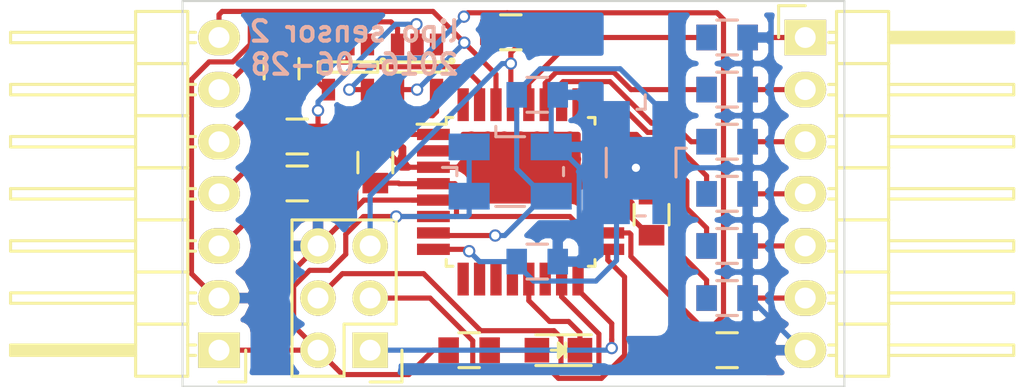
<source format=kicad_pcb>
(kicad_pcb (version 20171130) (host pcbnew "(5.1.12)-1")

  (general
    (thickness 1.6)
    (drawings 6)
    (tracks 287)
    (zones 0)
    (modules 31)
    (nets 32)
  )

  (page A4)
  (layers
    (0 F.Cu signal)
    (31 B.Cu signal)
    (32 B.Adhes user hide)
    (33 F.Adhes user hide)
    (34 B.Paste user hide)
    (35 F.Paste user hide)
    (36 B.SilkS user hide)
    (37 F.SilkS user hide)
    (38 B.Mask user hide)
    (39 F.Mask user hide)
    (40 Dwgs.User user hide)
    (41 Cmts.User user hide)
    (42 Eco1.User user hide)
    (43 Eco2.User user hide)
    (44 Edge.Cuts user)
    (45 Margin user hide)
    (46 B.CrtYd user hide)
    (47 F.CrtYd user hide)
    (48 B.Fab user hide)
    (49 F.Fab user hide)
  )

  (setup
    (last_trace_width 0.25)
    (trace_clearance 0.2)
    (zone_clearance 0.508)
    (zone_45_only no)
    (trace_min 0.2)
    (via_size 0.6)
    (via_drill 0.4)
    (via_min_size 0.4)
    (via_min_drill 0.3)
    (uvia_size 0.3)
    (uvia_drill 0.1)
    (uvias_allowed no)
    (uvia_min_size 0.2)
    (uvia_min_drill 0.1)
    (edge_width 0.1)
    (segment_width 0.2)
    (pcb_text_width 0.3)
    (pcb_text_size 1.5 1.5)
    (mod_edge_width 0.15)
    (mod_text_size 1 1)
    (mod_text_width 0.15)
    (pad_size 1.5 1.5)
    (pad_drill 0.6)
    (pad_to_mask_clearance 0)
    (aux_axis_origin 0 0)
    (visible_elements 7FFFFFFF)
    (pcbplotparams
      (layerselection 0x010f0_80000001)
      (usegerberextensions false)
      (usegerberattributes true)
      (usegerberadvancedattributes true)
      (creategerberjobfile true)
      (excludeedgelayer true)
      (linewidth 0.100000)
      (plotframeref false)
      (viasonmask false)
      (mode 1)
      (useauxorigin false)
      (hpglpennumber 1)
      (hpglpenspeed 20)
      (hpglpendiameter 15.000000)
      (psnegative false)
      (psa4output false)
      (plotreference true)
      (plotvalue true)
      (plotinvisibletext false)
      (padsonsilk false)
      (subtractmaskfromsilk false)
      (outputformat 1)
      (mirror false)
      (drillshape 0)
      (scaleselection 1)
      (outputdirectory "Gerber-2016-06-28"))
  )

  (net 0 "")
  (net 1 "Net-(5k1-Pad1)")
  (net 2 /S.Port)
  (net 3 VCC)
  (net 4 GND)
  (net 5 "Net-(C2-Pad2)")
  (net 6 "Net-(C3-Pad2)")
  (net 7 "Net-(C5-Pad2)")
  (net 8 "Net-(D1-Pad2)")
  (net 9 /LED)
  (net 10 "Net-(IC1-Pad15)")
  (net 11 "Net-(IC1-Pad16)")
  (net 12 "Net-(IC1-Pad17)")
  (net 13 /Cell1)
  (net 14 /Cell2)
  (net 15 /Cell3)
  (net 16 /Cell4)
  (net 17 /Cell5)
  (net 18 /Cell6)
  (net 19 "Net-(IC1-Pad29)")
  (net 20 /RX)
  (net 21 /TX)
  (net 22 "Net-(P3-Pad1)")
  (net 23 "Net-(P3-Pad2)")
  (net 24 "Net-(P3-Pad3)")
  (net 25 "Net-(P3-Pad4)")
  (net 26 "Net-(P3-Pad5)")
  (net 27 "Net-(P3-Pad6)")
  (net 28 "Net-(P2-Pad4)")
  (net 29 "Net-(P2-Pad5)")
  (net 30 "Net-(P5-Pad4)")
  (net 31 "Net-(P6-Pad2)")

  (net_class Default "Dies ist die voreingestellte Netzklasse."
    (clearance 0.2)
    (trace_width 0.25)
    (via_dia 0.6)
    (via_drill 0.4)
    (uvia_dia 0.3)
    (uvia_drill 0.1)
    (add_net /Cell1)
    (add_net /Cell2)
    (add_net /Cell3)
    (add_net /Cell4)
    (add_net /Cell5)
    (add_net /Cell6)
    (add_net /LED)
    (add_net /RX)
    (add_net /S.Port)
    (add_net /TX)
    (add_net GND)
    (add_net "Net-(5k1-Pad1)")
    (add_net "Net-(C2-Pad2)")
    (add_net "Net-(C3-Pad2)")
    (add_net "Net-(C5-Pad2)")
    (add_net "Net-(D1-Pad2)")
    (add_net "Net-(IC1-Pad15)")
    (add_net "Net-(IC1-Pad16)")
    (add_net "Net-(IC1-Pad17)")
    (add_net "Net-(IC1-Pad29)")
    (add_net "Net-(P2-Pad4)")
    (add_net "Net-(P2-Pad5)")
    (add_net "Net-(P3-Pad1)")
    (add_net "Net-(P3-Pad2)")
    (add_net "Net-(P3-Pad3)")
    (add_net "Net-(P3-Pad4)")
    (add_net "Net-(P3-Pad5)")
    (add_net "Net-(P3-Pad6)")
    (add_net "Net-(P5-Pad4)")
    (add_net "Net-(P6-Pad2)")
    (add_net VCC)
  )

  (module TO_SOT_Packages_SMD:SOT-23-5 (layer F.Cu) (tedit 5772DB42) (tstamp 5771A064)
    (at 154.432 104.31 270)
    (descr "5-pin SOT23 package")
    (tags SOT-23-5)
    (path /5771D337)
    (attr smd)
    (fp_text reference P6 (at -0.05 -2.55 270) (layer F.SilkS) hide
      (effects (font (size 1 1) (thickness 0.15)))
    )
    (fp_text value INVERTER (at -0.05 2.35 270) (layer F.Fab)
      (effects (font (size 1 1) (thickness 0.15)))
    )
    (fp_line (start -0.25 -1.45) (end -0.25 1.45) (layer F.SilkS) (width 0.15))
    (fp_line (start -0.25 1.45) (end 0.25 1.45) (layer F.SilkS) (width 0.15))
    (fp_line (start 0.25 1.45) (end 0.25 -1.45) (layer F.SilkS) (width 0.15))
    (fp_line (start 0.25 -1.45) (end -0.25 -1.45) (layer F.SilkS) (width 0.15))
    (fp_circle (center -0.3 -1.7) (end -0.2 -1.7) (layer F.SilkS) (width 0.15))
    (fp_line (start -1.8 1.6) (end -1.8 -1.6) (layer F.CrtYd) (width 0.05))
    (fp_line (start 1.8 1.6) (end -1.8 1.6) (layer F.CrtYd) (width 0.05))
    (fp_line (start 1.8 -1.6) (end 1.8 1.6) (layer F.CrtYd) (width 0.05))
    (fp_line (start -1.8 -1.6) (end 1.8 -1.6) (layer F.CrtYd) (width 0.05))
    (pad 1 smd rect (at -1.1 -0.95 270) (size 1.06 0.65) (layers F.Cu F.Paste F.Mask))
    (pad 2 smd rect (at -1.1 0 270) (size 1.06 0.65) (layers F.Cu F.Paste F.Mask)
      (net 31 "Net-(P6-Pad2)"))
    (pad 3 smd rect (at -1.1 0.95 270) (size 1.06 0.65) (layers F.Cu F.Paste F.Mask)
      (net 4 GND))
    (pad 4 smd rect (at 1.1 0.95 270) (size 1.06 0.65) (layers F.Cu F.Paste F.Mask)
      (net 20 /RX))
    (pad 5 smd rect (at 1.1 -0.95 270) (size 1.06 0.65) (layers F.Cu F.Paste F.Mask)
      (net 3 VCC))
    (model TO_SOT_Packages_SMD.3dshapes/SOT-23-5.wrl
      (at (xyz 0 0 0))
      (scale (xyz 1 1 1))
      (rotate (xyz 0 0 0))
    )
  )

  (module Housings_QFP:TQFP-32_7x7mm_Pitch0.8mm (layer F.Cu) (tedit 5772DB3E) (tstamp 576C6095)
    (at 159.479897 110.395103)
    (descr "32-Lead Plastic Thin Quad Flatpack (PT) - 7x7x1.0 mm Body, 2.00 mm [TQFP] (see Microchip Packaging Specification 00000049BS.pdf)")
    (tags "QFP 0.8")
    (path /571D77B7)
    (attr smd)
    (fp_text reference IC1 (at 0 -6.05) (layer F.SilkS) hide
      (effects (font (size 1 1) (thickness 0.15)))
    )
    (fp_text value ATMEGA328P-A (at 0 6.05) (layer F.Fab)
      (effects (font (size 1 1) (thickness 0.15)))
    )
    (fp_line (start -3.625 -3.3) (end -5.05 -3.3) (layer F.SilkS) (width 0.15))
    (fp_line (start 3.625 -3.625) (end 3.3 -3.625) (layer F.SilkS) (width 0.15))
    (fp_line (start 3.625 3.625) (end 3.3 3.625) (layer F.SilkS) (width 0.15))
    (fp_line (start -3.625 3.625) (end -3.3 3.625) (layer F.SilkS) (width 0.15))
    (fp_line (start -3.625 -3.625) (end -3.3 -3.625) (layer F.SilkS) (width 0.15))
    (fp_line (start -3.625 3.625) (end -3.625 3.3) (layer F.SilkS) (width 0.15))
    (fp_line (start 3.625 3.625) (end 3.625 3.3) (layer F.SilkS) (width 0.15))
    (fp_line (start 3.625 -3.625) (end 3.625 -3.3) (layer F.SilkS) (width 0.15))
    (fp_line (start -3.625 -3.625) (end -3.625 -3.3) (layer F.SilkS) (width 0.15))
    (fp_line (start -5.3 5.3) (end 5.3 5.3) (layer F.CrtYd) (width 0.05))
    (fp_line (start -5.3 -5.3) (end 5.3 -5.3) (layer F.CrtYd) (width 0.05))
    (fp_line (start 5.3 -5.3) (end 5.3 5.3) (layer F.CrtYd) (width 0.05))
    (fp_line (start -5.3 -5.3) (end -5.3 5.3) (layer F.CrtYd) (width 0.05))
    (pad 1 smd rect (at -4.25 -2.8) (size 1.6 0.55) (layers F.Cu F.Paste F.Mask)
      (net 2 /S.Port))
    (pad 2 smd rect (at -4.25 -2) (size 1.6 0.55) (layers F.Cu F.Paste F.Mask))
    (pad 3 smd rect (at -4.25 -1.2) (size 1.6 0.55) (layers F.Cu F.Paste F.Mask)
      (net 4 GND))
    (pad 4 smd rect (at -4.25 -0.4) (size 1.6 0.55) (layers F.Cu F.Paste F.Mask)
      (net 3 VCC))
    (pad 5 smd rect (at -4.25 0.4) (size 1.6 0.55) (layers F.Cu F.Paste F.Mask)
      (net 4 GND))
    (pad 6 smd rect (at -4.25 1.2) (size 1.6 0.55) (layers F.Cu F.Paste F.Mask)
      (net 3 VCC))
    (pad 7 smd rect (at -4.25 2) (size 1.6 0.55) (layers F.Cu F.Paste F.Mask)
      (net 5 "Net-(C2-Pad2)"))
    (pad 8 smd rect (at -4.25 2.8) (size 1.6 0.55) (layers F.Cu F.Paste F.Mask)
      (net 7 "Net-(C5-Pad2)"))
    (pad 9 smd rect (at -2.8 4.25 90) (size 1.6 0.55) (layers F.Cu F.Paste F.Mask))
    (pad 10 smd rect (at -2 4.25 90) (size 1.6 0.55) (layers F.Cu F.Paste F.Mask))
    (pad 11 smd rect (at -1.2 4.25 90) (size 1.6 0.55) (layers F.Cu F.Paste F.Mask))
    (pad 12 smd rect (at -0.4 4.25 90) (size 1.6 0.55) (layers F.Cu F.Paste F.Mask))
    (pad 13 smd rect (at 0.4 4.25 90) (size 1.6 0.55) (layers F.Cu F.Paste F.Mask)
      (net 9 /LED))
    (pad 14 smd rect (at 1.2 4.25 90) (size 1.6 0.55) (layers F.Cu F.Paste F.Mask))
    (pad 15 smd rect (at 2 4.25 90) (size 1.6 0.55) (layers F.Cu F.Paste F.Mask)
      (net 10 "Net-(IC1-Pad15)"))
    (pad 16 smd rect (at 2.8 4.25 90) (size 1.6 0.55) (layers F.Cu F.Paste F.Mask)
      (net 11 "Net-(IC1-Pad16)"))
    (pad 17 smd rect (at 4.25 2.8) (size 1.6 0.55) (layers F.Cu F.Paste F.Mask)
      (net 12 "Net-(IC1-Pad17)"))
    (pad 18 smd rect (at 4.25 2) (size 1.6 0.55) (layers F.Cu F.Paste F.Mask)
      (net 3 VCC))
    (pad 19 smd rect (at 4.25 1.2) (size 1.6 0.55) (layers F.Cu F.Paste F.Mask))
    (pad 20 smd rect (at 4.25 0.4) (size 1.6 0.55) (layers F.Cu F.Paste F.Mask)
      (net 6 "Net-(C3-Pad2)"))
    (pad 21 smd rect (at 4.25 -0.4) (size 1.6 0.55) (layers F.Cu F.Paste F.Mask)
      (net 4 GND))
    (pad 22 smd rect (at 4.25 -1.2) (size 1.6 0.55) (layers F.Cu F.Paste F.Mask))
    (pad 23 smd rect (at 4.25 -2) (size 1.6 0.55) (layers F.Cu F.Paste F.Mask)
      (net 13 /Cell1))
    (pad 24 smd rect (at 4.25 -2.8) (size 1.6 0.55) (layers F.Cu F.Paste F.Mask)
      (net 14 /Cell2))
    (pad 25 smd rect (at 2.8 -4.25 90) (size 1.6 0.55) (layers F.Cu F.Paste F.Mask)
      (net 15 /Cell3))
    (pad 26 smd rect (at 2 -4.25 90) (size 1.6 0.55) (layers F.Cu F.Paste F.Mask)
      (net 16 /Cell4))
    (pad 27 smd rect (at 1.2 -4.25 90) (size 1.6 0.55) (layers F.Cu F.Paste F.Mask)
      (net 17 /Cell5))
    (pad 28 smd rect (at 0.4 -4.25 90) (size 1.6 0.55) (layers F.Cu F.Paste F.Mask)
      (net 18 /Cell6))
    (pad 29 smd rect (at -0.4 -4.25 90) (size 1.6 0.55) (layers F.Cu F.Paste F.Mask)
      (net 19 "Net-(IC1-Pad29)"))
    (pad 30 smd rect (at -1.2 -4.25 90) (size 1.6 0.55) (layers F.Cu F.Paste F.Mask)
      (net 20 /RX))
    (pad 31 smd rect (at -2 -4.25 90) (size 1.6 0.55) (layers F.Cu F.Paste F.Mask)
      (net 21 /TX))
    (pad 32 smd rect (at -2.8 -4.25 90) (size 1.6 0.55) (layers F.Cu F.Paste F.Mask))
    (model Housings_QFP.3dshapes/TQFP-32_7x7mm_Pitch0.8mm.wrl
      (at (xyz 0 0 0))
      (scale (xyz 1 1 1))
      (rotate (xyz 0 0 0))
    )
  )

  (module Capacitors_SMD:C_0805 (layer F.Cu) (tedit 5772DB63) (tstamp 576C6059)
    (at 152.4 108.966 90)
    (descr "Capacitor SMD 0805, reflow soldering, AVX (see smccp.pdf)")
    (tags "capacitor 0805")
    (path /571D8C0C)
    (attr smd)
    (fp_text reference C1 (at 0 -2.1 90) (layer F.SilkS) hide
      (effects (font (size 1 1) (thickness 0.15)))
    )
    (fp_text value 100nF (at 0 2.1 90) (layer F.Fab)
      (effects (font (size 1 1) (thickness 0.15)))
    )
    (fp_line (start -0.5 0.85) (end 0.5 0.85) (layer F.SilkS) (width 0.15))
    (fp_line (start 0.5 -0.85) (end -0.5 -0.85) (layer F.SilkS) (width 0.15))
    (fp_line (start 1.8 -1) (end 1.8 1) (layer F.CrtYd) (width 0.05))
    (fp_line (start -1.8 -1) (end -1.8 1) (layer F.CrtYd) (width 0.05))
    (fp_line (start -1.8 1) (end 1.8 1) (layer F.CrtYd) (width 0.05))
    (fp_line (start -1.8 -1) (end 1.8 -1) (layer F.CrtYd) (width 0.05))
    (pad 1 smd rect (at -1 0 90) (size 1 1.25) (layers F.Cu F.Paste F.Mask)
      (net 3 VCC))
    (pad 2 smd rect (at 1 0 90) (size 1 1.25) (layers F.Cu F.Paste F.Mask)
      (net 4 GND))
    (model Capacitors_SMD.3dshapes/C_0805.wrl
      (at (xyz 0 0 0))
      (scale (xyz 1 1 1))
      (rotate (xyz 0 0 0))
    )
  )

  (module Capacitors_SMD:C_0805 (layer B.Cu) (tedit 5772DB3B) (tstamp 576C605F)
    (at 160.29 105.664 180)
    (descr "Capacitor SMD 0805, reflow soldering, AVX (see smccp.pdf)")
    (tags "capacitor 0805")
    (path /571D9DEA)
    (attr smd)
    (fp_text reference C2 (at 0 2.1 180) (layer B.SilkS) hide
      (effects (font (size 1 1) (thickness 0.15)) (justify mirror))
    )
    (fp_text value 22pF (at 0 -2.1 180) (layer B.Fab)
      (effects (font (size 1 1) (thickness 0.15)) (justify mirror))
    )
    (fp_line (start -0.5 -0.85) (end 0.5 -0.85) (layer B.SilkS) (width 0.15))
    (fp_line (start 0.5 0.85) (end -0.5 0.85) (layer B.SilkS) (width 0.15))
    (fp_line (start 1.8 1) (end 1.8 -1) (layer B.CrtYd) (width 0.05))
    (fp_line (start -1.8 1) (end -1.8 -1) (layer B.CrtYd) (width 0.05))
    (fp_line (start -1.8 -1) (end 1.8 -1) (layer B.CrtYd) (width 0.05))
    (fp_line (start -1.8 1) (end 1.8 1) (layer B.CrtYd) (width 0.05))
    (pad 1 smd rect (at -1 0 180) (size 1 1.25) (layers B.Cu B.Paste B.Mask)
      (net 4 GND))
    (pad 2 smd rect (at 1 0 180) (size 1 1.25) (layers B.Cu B.Paste B.Mask)
      (net 5 "Net-(C2-Pad2)"))
    (model Capacitors_SMD.3dshapes/C_0805.wrl
      (at (xyz 0 0 0))
      (scale (xyz 1 1 1))
      (rotate (xyz 0 0 0))
    )
  )

  (module Capacitors_SMD:C_0805 (layer F.Cu) (tedit 5772DBA0) (tstamp 576C6065)
    (at 165.862 111.506 270)
    (descr "Capacitor SMD 0805, reflow soldering, AVX (see smccp.pdf)")
    (tags "capacitor 0805")
    (path /571E70E0)
    (attr smd)
    (fp_text reference C3 (at 0 -2.1 270) (layer F.SilkS) hide
      (effects (font (size 1 1) (thickness 0.15)))
    )
    (fp_text value 100nF (at 0 2.1 270) (layer F.Fab)
      (effects (font (size 1 1) (thickness 0.15)))
    )
    (fp_line (start -0.5 0.85) (end 0.5 0.85) (layer F.SilkS) (width 0.15))
    (fp_line (start 0.5 -0.85) (end -0.5 -0.85) (layer F.SilkS) (width 0.15))
    (fp_line (start 1.8 -1) (end 1.8 1) (layer F.CrtYd) (width 0.05))
    (fp_line (start -1.8 -1) (end -1.8 1) (layer F.CrtYd) (width 0.05))
    (fp_line (start -1.8 1) (end 1.8 1) (layer F.CrtYd) (width 0.05))
    (fp_line (start -1.8 -1) (end 1.8 -1) (layer F.CrtYd) (width 0.05))
    (pad 1 smd rect (at -1 0 270) (size 1 1.25) (layers F.Cu F.Paste F.Mask)
      (net 4 GND))
    (pad 2 smd rect (at 1 0 270) (size 1 1.25) (layers F.Cu F.Paste F.Mask)
      (net 6 "Net-(C3-Pad2)"))
    (model Capacitors_SMD.3dshapes/C_0805.wrl
      (at (xyz 0 0 0))
      (scale (xyz 1 1 1))
      (rotate (xyz 0 0 0))
    )
  )

  (module Capacitors_SMD:C_0805 (layer B.Cu) (tedit 5772DB30) (tstamp 576C606B)
    (at 160.29 113.792 180)
    (descr "Capacitor SMD 0805, reflow soldering, AVX (see smccp.pdf)")
    (tags "capacitor 0805")
    (path /571D9E75)
    (attr smd)
    (fp_text reference C5 (at 0 2.1 180) (layer B.SilkS) hide
      (effects (font (size 1 1) (thickness 0.15)) (justify mirror))
    )
    (fp_text value 22pF (at 0 -2.1 180) (layer B.Fab)
      (effects (font (size 1 1) (thickness 0.15)) (justify mirror))
    )
    (fp_line (start -0.5 -0.85) (end 0.5 -0.85) (layer B.SilkS) (width 0.15))
    (fp_line (start 0.5 0.85) (end -0.5 0.85) (layer B.SilkS) (width 0.15))
    (fp_line (start 1.8 1) (end 1.8 -1) (layer B.CrtYd) (width 0.05))
    (fp_line (start -1.8 1) (end -1.8 -1) (layer B.CrtYd) (width 0.05))
    (fp_line (start -1.8 -1) (end 1.8 -1) (layer B.CrtYd) (width 0.05))
    (fp_line (start -1.8 1) (end 1.8 1) (layer B.CrtYd) (width 0.05))
    (pad 1 smd rect (at -1 0 180) (size 1 1.25) (layers B.Cu B.Paste B.Mask)
      (net 4 GND))
    (pad 2 smd rect (at 1 0 180) (size 1 1.25) (layers B.Cu B.Paste B.Mask)
      (net 7 "Net-(C5-Pad2)"))
    (model Capacitors_SMD.3dshapes/C_0805.wrl
      (at (xyz 0 0 0))
      (scale (xyz 1 1 1))
      (rotate (xyz 0 0 0))
    )
  )

  (module LEDs:LED_0805 (layer F.Cu) (tedit 5772DBA3) (tstamp 576C6071)
    (at 161.32302 118.11 180)
    (descr "LED 0805 smd package")
    (tags "LED 0805 SMD")
    (path /571D80BC)
    (attr smd)
    (fp_text reference D1 (at -3.52298 -0.508 180) (layer F.SilkS) hide
      (effects (font (size 1 1) (thickness 0.15)))
    )
    (fp_text value LED (at 0 1.75 180) (layer F.Fab)
      (effects (font (size 1 1) (thickness 0.15)))
    )
    (fp_line (start -1.9 -0.95) (end 1.9 -0.95) (layer F.CrtYd) (width 0.05))
    (fp_line (start -1.9 0.95) (end -1.9 -0.95) (layer F.CrtYd) (width 0.05))
    (fp_line (start 1.9 0.95) (end -1.9 0.95) (layer F.CrtYd) (width 0.05))
    (fp_line (start 1.9 -0.95) (end 1.9 0.95) (layer F.CrtYd) (width 0.05))
    (fp_line (start 0 0.35) (end -0.35 0) (layer F.SilkS) (width 0.15))
    (fp_line (start 0 -0.35) (end 0 0.35) (layer F.SilkS) (width 0.15))
    (fp_line (start -0.35 0) (end 0 -0.35) (layer F.SilkS) (width 0.15))
    (fp_line (start 0 0) (end 0.35 0) (layer F.SilkS) (width 0.15))
    (fp_line (start -0.35 -0.35) (end -0.35 0.35) (layer F.SilkS) (width 0.15))
    (fp_line (start -0.1 -0.1) (end -0.25 0.05) (layer F.SilkS) (width 0.15))
    (fp_line (start -0.1 0.15) (end -0.1 -0.1) (layer F.SilkS) (width 0.15))
    (fp_line (start -1.6 -0.75) (end 1.1 -0.75) (layer F.SilkS) (width 0.15))
    (fp_line (start -1.6 0.75) (end 1.1 0.75) (layer F.SilkS) (width 0.15))
    (pad 2 smd rect (at 1.04902 0) (size 1.19888 1.19888) (layers F.Cu F.Paste F.Mask)
      (net 8 "Net-(D1-Pad2)"))
    (pad 1 smd rect (at -1.04902 0) (size 1.19888 1.19888) (layers F.Cu F.Paste F.Mask)
      (net 9 /LED))
    (model LEDs.3dshapes/LED_0805.wrl
      (at (xyz 0 0 0))
      (scale (xyz 1 1 1))
      (rotate (xyz 0 0 0))
    )
  )

  (module Pin_Headers:Pin_Header_Straight_2x03 (layer F.Cu) (tedit 5771AC3A) (tstamp 576C609F)
    (at 152.146 118.11 180)
    (descr "Through hole pin header")
    (tags "pin header")
    (path /571D5E91)
    (fp_text reference P1 (at -2.032 0.254 180) (layer F.SilkS) hide
      (effects (font (size 1 1) (thickness 0.15)))
    )
    (fp_text value CONN_02X03 (at 0.762 7.366 180) (layer F.Fab)
      (effects (font (size 1 1) (thickness 0.15)))
    )
    (fp_line (start 3.81 1.27) (end 3.81 -1.27) (layer F.SilkS) (width 0.15))
    (fp_line (start 3.81 -1.27) (end 1.27 -1.27) (layer F.SilkS) (width 0.15))
    (fp_line (start -1.55 -1.55) (end -1.55 0) (layer F.SilkS) (width 0.15))
    (fp_line (start 3.81 6.35) (end 3.81 1.27) (layer F.SilkS) (width 0.15))
    (fp_line (start -1.27 6.35) (end 3.81 6.35) (layer F.SilkS) (width 0.15))
    (fp_line (start 1.27 1.27) (end -1.27 1.27) (layer F.SilkS) (width 0.15))
    (fp_line (start 1.27 -1.27) (end 1.27 1.27) (layer F.SilkS) (width 0.15))
    (fp_line (start -1.75 6.85) (end 4.3 6.85) (layer F.CrtYd) (width 0.05))
    (fp_line (start -1.75 -1.75) (end 4.3 -1.75) (layer F.CrtYd) (width 0.05))
    (fp_line (start 4.3 -1.75) (end 4.3 6.85) (layer F.CrtYd) (width 0.05))
    (fp_line (start -1.75 -1.75) (end -1.75 6.85) (layer F.CrtYd) (width 0.05))
    (fp_line (start -1.55 -1.55) (end 0 -1.55) (layer F.SilkS) (width 0.15))
    (fp_line (start -1.27 1.27) (end -1.27 6.35) (layer F.SilkS) (width 0.15))
    (pad 1 thru_hole rect (at 0 0 180) (size 1.7272 1.7272) (drill 1.016) (layers *.Cu *.Mask F.SilkS)
      (net 11 "Net-(IC1-Pad16)"))
    (pad 2 thru_hole oval (at 2.54 0 180) (size 1.7272 1.7272) (drill 1.016) (layers *.Cu *.Mask F.SilkS)
      (net 3 VCC))
    (pad 3 thru_hole oval (at 0 2.54 180) (size 1.7272 1.7272) (drill 1.016) (layers *.Cu *.Mask F.SilkS)
      (net 12 "Net-(IC1-Pad17)"))
    (pad 4 thru_hole oval (at 2.54 2.54 180) (size 1.7272 1.7272) (drill 1.016) (layers *.Cu *.Mask F.SilkS)
      (net 10 "Net-(IC1-Pad15)"))
    (pad 5 thru_hole oval (at 0 5.08 180) (size 1.7272 1.7272) (drill 1.016) (layers *.Cu *.Mask F.SilkS)
      (net 19 "Net-(IC1-Pad29)"))
    (pad 6 thru_hole oval (at 2.54 5.08 180) (size 1.7272 1.7272) (drill 1.016) (layers *.Cu *.Mask F.SilkS)
      (net 4 GND))
    (model Pin_Headers.3dshapes/Pin_Header_Straight_2x03.wrl
      (offset (xyz 1.269999980926514 -2.539999961853027 0))
      (scale (xyz 1 1 1))
      (rotate (xyz 0 0 90))
    )
  )

  (module Pin_Headers:Pin_Header_Angled_1x07 (layer F.Cu) (tedit 5771AC75) (tstamp 576C60B1)
    (at 173.355 102.87)
    (descr "Through hole pin header")
    (tags "pin header")
    (path /571D69A8)
    (fp_text reference P3 (at 2.667 1.524) (layer F.SilkS) hide
      (effects (font (size 1 1) (thickness 0.15)))
    )
    (fp_text value CONN_01X07 (at 6.223 0) (layer F.Fab) hide
      (effects (font (size 1 1) (thickness 0.15)))
    )
    (fp_line (start 1.524 6.35) (end 4.064 6.35) (layer F.SilkS) (width 0.15))
    (fp_line (start 1.524 6.35) (end 1.524 8.89) (layer F.SilkS) (width 0.15))
    (fp_line (start 1.524 8.89) (end 4.064 8.89) (layer F.SilkS) (width 0.15))
    (fp_line (start 4.064 7.366) (end 10.16 7.366) (layer F.SilkS) (width 0.15))
    (fp_line (start 10.16 7.366) (end 10.16 7.874) (layer F.SilkS) (width 0.15))
    (fp_line (start 10.16 7.874) (end 4.064 7.874) (layer F.SilkS) (width 0.15))
    (fp_line (start 4.064 8.89) (end 4.064 6.35) (layer F.SilkS) (width 0.15))
    (fp_line (start 4.064 11.43) (end 4.064 8.89) (layer F.SilkS) (width 0.15))
    (fp_line (start 10.16 10.414) (end 4.064 10.414) (layer F.SilkS) (width 0.15))
    (fp_line (start 10.16 9.906) (end 10.16 10.414) (layer F.SilkS) (width 0.15))
    (fp_line (start 4.064 9.906) (end 10.16 9.906) (layer F.SilkS) (width 0.15))
    (fp_line (start 1.524 11.43) (end 4.064 11.43) (layer F.SilkS) (width 0.15))
    (fp_line (start 1.524 8.89) (end 1.524 11.43) (layer F.SilkS) (width 0.15))
    (fp_line (start 1.524 8.89) (end 4.064 8.89) (layer F.SilkS) (width 0.15))
    (fp_line (start 1.524 13.97) (end 4.064 13.97) (layer F.SilkS) (width 0.15))
    (fp_line (start 1.524 13.97) (end 1.524 16.51) (layer F.SilkS) (width 0.15))
    (fp_line (start 1.524 16.51) (end 4.064 16.51) (layer F.SilkS) (width 0.15))
    (fp_line (start 4.064 14.986) (end 10.16 14.986) (layer F.SilkS) (width 0.15))
    (fp_line (start 10.16 14.986) (end 10.16 15.494) (layer F.SilkS) (width 0.15))
    (fp_line (start 10.16 15.494) (end 4.064 15.494) (layer F.SilkS) (width 0.15))
    (fp_line (start 4.064 16.51) (end 4.064 13.97) (layer F.SilkS) (width 0.15))
    (fp_line (start 4.064 13.97) (end 4.064 11.43) (layer F.SilkS) (width 0.15))
    (fp_line (start 10.16 12.954) (end 4.064 12.954) (layer F.SilkS) (width 0.15))
    (fp_line (start 10.16 12.446) (end 10.16 12.954) (layer F.SilkS) (width 0.15))
    (fp_line (start 4.064 12.446) (end 10.16 12.446) (layer F.SilkS) (width 0.15))
    (fp_line (start 1.524 13.97) (end 4.064 13.97) (layer F.SilkS) (width 0.15))
    (fp_line (start 1.524 11.43) (end 1.524 13.97) (layer F.SilkS) (width 0.15))
    (fp_line (start 1.524 11.43) (end 4.064 11.43) (layer F.SilkS) (width 0.15))
    (fp_line (start 1.524 1.27) (end 4.064 1.27) (layer F.SilkS) (width 0.15))
    (fp_line (start 1.524 1.27) (end 1.524 3.81) (layer F.SilkS) (width 0.15))
    (fp_line (start 1.524 3.81) (end 4.064 3.81) (layer F.SilkS) (width 0.15))
    (fp_line (start 4.064 2.286) (end 10.16 2.286) (layer F.SilkS) (width 0.15))
    (fp_line (start 10.16 2.286) (end 10.16 2.794) (layer F.SilkS) (width 0.15))
    (fp_line (start 10.16 2.794) (end 4.064 2.794) (layer F.SilkS) (width 0.15))
    (fp_line (start 4.064 3.81) (end 4.064 1.27) (layer F.SilkS) (width 0.15))
    (fp_line (start 4.064 6.35) (end 4.064 3.81) (layer F.SilkS) (width 0.15))
    (fp_line (start 10.16 5.334) (end 4.064 5.334) (layer F.SilkS) (width 0.15))
    (fp_line (start 10.16 4.826) (end 10.16 5.334) (layer F.SilkS) (width 0.15))
    (fp_line (start 4.064 4.826) (end 10.16 4.826) (layer F.SilkS) (width 0.15))
    (fp_line (start 1.524 6.35) (end 4.064 6.35) (layer F.SilkS) (width 0.15))
    (fp_line (start 1.524 3.81) (end 1.524 6.35) (layer F.SilkS) (width 0.15))
    (fp_line (start 1.524 3.81) (end 4.064 3.81) (layer F.SilkS) (width 0.15))
    (fp_line (start 1.524 -1.27) (end 4.064 -1.27) (layer F.SilkS) (width 0.15))
    (fp_line (start 1.524 -1.27) (end 1.524 1.27) (layer F.SilkS) (width 0.15))
    (fp_line (start 1.524 1.27) (end 4.064 1.27) (layer F.SilkS) (width 0.15))
    (fp_line (start 4.064 -0.254) (end 10.16 -0.254) (layer F.SilkS) (width 0.15))
    (fp_line (start 10.16 -0.254) (end 10.16 0.254) (layer F.SilkS) (width 0.15))
    (fp_line (start 10.16 0.254) (end 4.064 0.254) (layer F.SilkS) (width 0.15))
    (fp_line (start 4.064 1.27) (end 4.064 -1.27) (layer F.SilkS) (width 0.15))
    (fp_line (start 1.524 9.906) (end 1.143 9.906) (layer F.SilkS) (width 0.15))
    (fp_line (start 1.524 10.414) (end 1.143 10.414) (layer F.SilkS) (width 0.15))
    (fp_line (start 1.524 12.446) (end 1.143 12.446) (layer F.SilkS) (width 0.15))
    (fp_line (start 1.524 12.954) (end 1.143 12.954) (layer F.SilkS) (width 0.15))
    (fp_line (start 1.524 14.986) (end 1.143 14.986) (layer F.SilkS) (width 0.15))
    (fp_line (start 1.524 15.494) (end 1.143 15.494) (layer F.SilkS) (width 0.15))
    (fp_line (start 1.524 7.874) (end 1.143 7.874) (layer F.SilkS) (width 0.15))
    (fp_line (start 1.524 7.366) (end 1.143 7.366) (layer F.SilkS) (width 0.15))
    (fp_line (start 1.524 5.334) (end 1.143 5.334) (layer F.SilkS) (width 0.15))
    (fp_line (start 1.524 4.826) (end 1.143 4.826) (layer F.SilkS) (width 0.15))
    (fp_line (start 1.524 2.794) (end 1.143 2.794) (layer F.SilkS) (width 0.15))
    (fp_line (start 1.524 2.286) (end 1.143 2.286) (layer F.SilkS) (width 0.15))
    (fp_line (start 1.524 0.254) (end 1.143 0.254) (layer F.SilkS) (width 0.15))
    (fp_line (start 1.524 -0.254) (end 1.143 -0.254) (layer F.SilkS) (width 0.15))
    (fp_line (start 4.191 0) (end 10.033 0) (layer F.SilkS) (width 0.15))
    (fp_line (start 4.191 0.127) (end 4.191 0) (layer F.SilkS) (width 0.15))
    (fp_line (start 10.033 0.127) (end 4.191 0.127) (layer F.SilkS) (width 0.15))
    (fp_line (start 10.033 -0.127) (end 10.033 0.127) (layer F.SilkS) (width 0.15))
    (fp_line (start 4.191 -0.127) (end 10.033 -0.127) (layer F.SilkS) (width 0.15))
    (fp_line (start 0 -1.55) (end -1.3 -1.55) (layer F.SilkS) (width 0.15))
    (fp_line (start -1.3 -1.55) (end -1.3 0) (layer F.SilkS) (width 0.15))
    (fp_line (start -1.5 17) (end 10.65 17) (layer F.CrtYd) (width 0.05))
    (fp_line (start -1.5 -1.75) (end 10.65 -1.75) (layer F.CrtYd) (width 0.05))
    (fp_line (start 10.65 -1.75) (end 10.65 17) (layer F.CrtYd) (width 0.05))
    (fp_line (start -1.5 -1.75) (end -1.5 17) (layer F.CrtYd) (width 0.05))
    (pad 1 thru_hole rect (at 0 0) (size 2.032 1.7272) (drill 1.016) (layers *.Cu *.Mask F.SilkS)
      (net 22 "Net-(P3-Pad1)"))
    (pad 2 thru_hole oval (at 0 2.54) (size 2.032 1.7272) (drill 1.016) (layers *.Cu *.Mask F.SilkS)
      (net 23 "Net-(P3-Pad2)"))
    (pad 3 thru_hole oval (at 0 5.08) (size 2.032 1.7272) (drill 1.016) (layers *.Cu *.Mask F.SilkS)
      (net 24 "Net-(P3-Pad3)"))
    (pad 4 thru_hole oval (at 0 7.62) (size 2.032 1.7272) (drill 1.016) (layers *.Cu *.Mask F.SilkS)
      (net 25 "Net-(P3-Pad4)"))
    (pad 5 thru_hole oval (at 0 10.16) (size 2.032 1.7272) (drill 1.016) (layers *.Cu *.Mask F.SilkS)
      (net 26 "Net-(P3-Pad5)"))
    (pad 6 thru_hole oval (at 0 12.7) (size 2.032 1.7272) (drill 1.016) (layers *.Cu *.Mask F.SilkS)
      (net 27 "Net-(P3-Pad6)"))
    (pad 7 thru_hole oval (at 0 15.24) (size 2.032 1.7272) (drill 1.016) (layers *.Cu *.Mask F.SilkS)
      (net 4 GND))
    (model Pin_Headers.3dshapes/Pin_Header_Angled_1x07.wrl
      (offset (xyz 0 -7.619999885559082 0))
      (scale (xyz 1 1 1))
      (rotate (xyz 0 0 90))
    )
  )

  (module Pin_Headers:Pin_Header_Angled_1x07 (layer F.Cu) (tedit 5771AC02) (tstamp 576C69FE)
    (at 144.78 118.11 180)
    (descr "Through hole pin header")
    (tags "pin header")
    (path /576C6C72)
    (fp_text reference P2 (at -2.54 1.27 180) (layer F.SilkS) hide
      (effects (font (size 1 1) (thickness 0.15)))
    )
    (fp_text value CONN_01X07 (at -3.048 12.954 180) (layer F.Fab)
      (effects (font (size 1 1) (thickness 0.15)))
    )
    (fp_line (start 1.524 6.35) (end 4.064 6.35) (layer F.SilkS) (width 0.15))
    (fp_line (start 1.524 6.35) (end 1.524 8.89) (layer F.SilkS) (width 0.15))
    (fp_line (start 1.524 8.89) (end 4.064 8.89) (layer F.SilkS) (width 0.15))
    (fp_line (start 4.064 7.366) (end 10.16 7.366) (layer F.SilkS) (width 0.15))
    (fp_line (start 10.16 7.366) (end 10.16 7.874) (layer F.SilkS) (width 0.15))
    (fp_line (start 10.16 7.874) (end 4.064 7.874) (layer F.SilkS) (width 0.15))
    (fp_line (start 4.064 8.89) (end 4.064 6.35) (layer F.SilkS) (width 0.15))
    (fp_line (start 4.064 11.43) (end 4.064 8.89) (layer F.SilkS) (width 0.15))
    (fp_line (start 10.16 10.414) (end 4.064 10.414) (layer F.SilkS) (width 0.15))
    (fp_line (start 10.16 9.906) (end 10.16 10.414) (layer F.SilkS) (width 0.15))
    (fp_line (start 4.064 9.906) (end 10.16 9.906) (layer F.SilkS) (width 0.15))
    (fp_line (start 1.524 11.43) (end 4.064 11.43) (layer F.SilkS) (width 0.15))
    (fp_line (start 1.524 8.89) (end 1.524 11.43) (layer F.SilkS) (width 0.15))
    (fp_line (start 1.524 8.89) (end 4.064 8.89) (layer F.SilkS) (width 0.15))
    (fp_line (start 1.524 13.97) (end 4.064 13.97) (layer F.SilkS) (width 0.15))
    (fp_line (start 1.524 13.97) (end 1.524 16.51) (layer F.SilkS) (width 0.15))
    (fp_line (start 1.524 16.51) (end 4.064 16.51) (layer F.SilkS) (width 0.15))
    (fp_line (start 4.064 14.986) (end 10.16 14.986) (layer F.SilkS) (width 0.15))
    (fp_line (start 10.16 14.986) (end 10.16 15.494) (layer F.SilkS) (width 0.15))
    (fp_line (start 10.16 15.494) (end 4.064 15.494) (layer F.SilkS) (width 0.15))
    (fp_line (start 4.064 16.51) (end 4.064 13.97) (layer F.SilkS) (width 0.15))
    (fp_line (start 4.064 13.97) (end 4.064 11.43) (layer F.SilkS) (width 0.15))
    (fp_line (start 10.16 12.954) (end 4.064 12.954) (layer F.SilkS) (width 0.15))
    (fp_line (start 10.16 12.446) (end 10.16 12.954) (layer F.SilkS) (width 0.15))
    (fp_line (start 4.064 12.446) (end 10.16 12.446) (layer F.SilkS) (width 0.15))
    (fp_line (start 1.524 13.97) (end 4.064 13.97) (layer F.SilkS) (width 0.15))
    (fp_line (start 1.524 11.43) (end 1.524 13.97) (layer F.SilkS) (width 0.15))
    (fp_line (start 1.524 11.43) (end 4.064 11.43) (layer F.SilkS) (width 0.15))
    (fp_line (start 1.524 1.27) (end 4.064 1.27) (layer F.SilkS) (width 0.15))
    (fp_line (start 1.524 1.27) (end 1.524 3.81) (layer F.SilkS) (width 0.15))
    (fp_line (start 1.524 3.81) (end 4.064 3.81) (layer F.SilkS) (width 0.15))
    (fp_line (start 4.064 2.286) (end 10.16 2.286) (layer F.SilkS) (width 0.15))
    (fp_line (start 10.16 2.286) (end 10.16 2.794) (layer F.SilkS) (width 0.15))
    (fp_line (start 10.16 2.794) (end 4.064 2.794) (layer F.SilkS) (width 0.15))
    (fp_line (start 4.064 3.81) (end 4.064 1.27) (layer F.SilkS) (width 0.15))
    (fp_line (start 4.064 6.35) (end 4.064 3.81) (layer F.SilkS) (width 0.15))
    (fp_line (start 10.16 5.334) (end 4.064 5.334) (layer F.SilkS) (width 0.15))
    (fp_line (start 10.16 4.826) (end 10.16 5.334) (layer F.SilkS) (width 0.15))
    (fp_line (start 4.064 4.826) (end 10.16 4.826) (layer F.SilkS) (width 0.15))
    (fp_line (start 1.524 6.35) (end 4.064 6.35) (layer F.SilkS) (width 0.15))
    (fp_line (start 1.524 3.81) (end 1.524 6.35) (layer F.SilkS) (width 0.15))
    (fp_line (start 1.524 3.81) (end 4.064 3.81) (layer F.SilkS) (width 0.15))
    (fp_line (start 1.524 -1.27) (end 4.064 -1.27) (layer F.SilkS) (width 0.15))
    (fp_line (start 1.524 -1.27) (end 1.524 1.27) (layer F.SilkS) (width 0.15))
    (fp_line (start 1.524 1.27) (end 4.064 1.27) (layer F.SilkS) (width 0.15))
    (fp_line (start 4.064 -0.254) (end 10.16 -0.254) (layer F.SilkS) (width 0.15))
    (fp_line (start 10.16 -0.254) (end 10.16 0.254) (layer F.SilkS) (width 0.15))
    (fp_line (start 10.16 0.254) (end 4.064 0.254) (layer F.SilkS) (width 0.15))
    (fp_line (start 4.064 1.27) (end 4.064 -1.27) (layer F.SilkS) (width 0.15))
    (fp_line (start 1.524 9.906) (end 1.143 9.906) (layer F.SilkS) (width 0.15))
    (fp_line (start 1.524 10.414) (end 1.143 10.414) (layer F.SilkS) (width 0.15))
    (fp_line (start 1.524 12.446) (end 1.143 12.446) (layer F.SilkS) (width 0.15))
    (fp_line (start 1.524 12.954) (end 1.143 12.954) (layer F.SilkS) (width 0.15))
    (fp_line (start 1.524 14.986) (end 1.143 14.986) (layer F.SilkS) (width 0.15))
    (fp_line (start 1.524 15.494) (end 1.143 15.494) (layer F.SilkS) (width 0.15))
    (fp_line (start 1.524 7.874) (end 1.143 7.874) (layer F.SilkS) (width 0.15))
    (fp_line (start 1.524 7.366) (end 1.143 7.366) (layer F.SilkS) (width 0.15))
    (fp_line (start 1.524 5.334) (end 1.143 5.334) (layer F.SilkS) (width 0.15))
    (fp_line (start 1.524 4.826) (end 1.143 4.826) (layer F.SilkS) (width 0.15))
    (fp_line (start 1.524 2.794) (end 1.143 2.794) (layer F.SilkS) (width 0.15))
    (fp_line (start 1.524 2.286) (end 1.143 2.286) (layer F.SilkS) (width 0.15))
    (fp_line (start 1.524 0.254) (end 1.143 0.254) (layer F.SilkS) (width 0.15))
    (fp_line (start 1.524 -0.254) (end 1.143 -0.254) (layer F.SilkS) (width 0.15))
    (fp_line (start 4.191 0) (end 10.033 0) (layer F.SilkS) (width 0.15))
    (fp_line (start 4.191 0.127) (end 4.191 0) (layer F.SilkS) (width 0.15))
    (fp_line (start 10.033 0.127) (end 4.191 0.127) (layer F.SilkS) (width 0.15))
    (fp_line (start 10.033 -0.127) (end 10.033 0.127) (layer F.SilkS) (width 0.15))
    (fp_line (start 4.191 -0.127) (end 10.033 -0.127) (layer F.SilkS) (width 0.15))
    (fp_line (start 0 -1.55) (end -1.3 -1.55) (layer F.SilkS) (width 0.15))
    (fp_line (start -1.3 -1.55) (end -1.3 0) (layer F.SilkS) (width 0.15))
    (fp_line (start -1.5 17) (end 10.65 17) (layer F.CrtYd) (width 0.05))
    (fp_line (start -1.5 -1.75) (end 10.65 -1.75) (layer F.CrtYd) (width 0.05))
    (fp_line (start 10.65 -1.75) (end 10.65 17) (layer F.CrtYd) (width 0.05))
    (fp_line (start -1.5 -1.75) (end -1.5 17) (layer F.CrtYd) (width 0.05))
    (pad 1 thru_hole rect (at 0 0 180) (size 2.032 1.7272) (drill 1.016) (layers *.Cu *.Mask F.SilkS)
      (net 3 VCC))
    (pad 2 thru_hole oval (at 0 2.54 180) (size 2.032 1.7272) (drill 1.016) (layers *.Cu *.Mask F.SilkS)
      (net 4 GND))
    (pad 3 thru_hole oval (at 0 5.08 180) (size 2.032 1.7272) (drill 1.016) (layers *.Cu *.Mask F.SilkS)
      (net 1 "Net-(5k1-Pad1)"))
    (pad 4 thru_hole oval (at 0 7.62 180) (size 2.032 1.7272) (drill 1.016) (layers *.Cu *.Mask F.SilkS)
      (net 28 "Net-(P2-Pad4)"))
    (pad 5 thru_hole oval (at 0 10.16 180) (size 2.032 1.7272) (drill 1.016) (layers *.Cu *.Mask F.SilkS)
      (net 29 "Net-(P2-Pad5)"))
    (pad 6 thru_hole oval (at 0 12.7 180) (size 2.032 1.7272) (drill 1.016) (layers *.Cu *.Mask F.SilkS)
      (net 21 /TX))
    (pad 7 thru_hole oval (at 0 15.24 180) (size 2.032 1.7272) (drill 1.016) (layers *.Cu *.Mask F.SilkS)
      (net 20 /RX))
    (model Pin_Headers.3dshapes/Pin_Header_Angled_1x07.wrl
      (offset (xyz 0 -7.619999885559082 0))
      (scale (xyz 1 1 1))
      (rotate (xyz 0 0 90))
    )
  )

  (module Capacitors_SMD:C_0805 (layer F.Cu) (tedit 5772DB6E) (tstamp 576F0C02)
    (at 148.59 109.982)
    (descr "Capacitor SMD 0805, reflow soldering, AVX (see smccp.pdf)")
    (tags "capacitor 0805")
    (path /571D4A0E)
    (attr smd)
    (fp_text reference 5k1 (at 0 -2.1) (layer F.SilkS) hide
      (effects (font (size 1 1) (thickness 0.15)))
    )
    (fp_text value 4k7 (at 0 2.1) (layer F.Fab)
      (effects (font (size 1 1) (thickness 0.15)))
    )
    (fp_line (start -0.5 0.85) (end 0.5 0.85) (layer F.SilkS) (width 0.15))
    (fp_line (start 0.5 -0.85) (end -0.5 -0.85) (layer F.SilkS) (width 0.15))
    (fp_line (start 1.8 -1) (end 1.8 1) (layer F.CrtYd) (width 0.05))
    (fp_line (start -1.8 -1) (end -1.8 1) (layer F.CrtYd) (width 0.05))
    (fp_line (start -1.8 1) (end 1.8 1) (layer F.CrtYd) (width 0.05))
    (fp_line (start -1.8 -1) (end 1.8 -1) (layer F.CrtYd) (width 0.05))
    (pad 1 smd rect (at -1 0) (size 1 1.25) (layers F.Cu F.Paste F.Mask)
      (net 1 "Net-(5k1-Pad1)"))
    (pad 2 smd rect (at 1 0) (size 1 1.25) (layers F.Cu F.Paste F.Mask)
      (net 2 /S.Port))
    (model Capacitors_SMD.3dshapes/C_0805.wrl
      (at (xyz 0 0 0))
      (scale (xyz 1 1 1))
      (rotate (xyz 0 0 0))
    )
  )

  (module Capacitors_SMD:C_0805 (layer F.Cu) (tedit 5772DB85) (tstamp 576F0C08)
    (at 156.972 118.11)
    (descr "Capacitor SMD 0805, reflow soldering, AVX (see smccp.pdf)")
    (tags "capacitor 0805")
    (path /571D50EB)
    (attr smd)
    (fp_text reference R1 (at 0 -2.1) (layer F.SilkS) hide
      (effects (font (size 1 1) (thickness 0.15)))
    )
    (fp_text value 680 (at -1.778 0.762) (layer F.Fab)
      (effects (font (size 1 1) (thickness 0.15)))
    )
    (fp_line (start -0.5 0.85) (end 0.5 0.85) (layer F.SilkS) (width 0.15))
    (fp_line (start 0.5 -0.85) (end -0.5 -0.85) (layer F.SilkS) (width 0.15))
    (fp_line (start 1.8 -1) (end 1.8 1) (layer F.CrtYd) (width 0.05))
    (fp_line (start -1.8 -1) (end -1.8 1) (layer F.CrtYd) (width 0.05))
    (fp_line (start -1.8 1) (end 1.8 1) (layer F.CrtYd) (width 0.05))
    (fp_line (start -1.8 -1) (end 1.8 -1) (layer F.CrtYd) (width 0.05))
    (pad 1 smd rect (at -1 0) (size 1 1.25) (layers F.Cu F.Paste F.Mask)
      (net 3 VCC))
    (pad 2 smd rect (at 1 0) (size 1 1.25) (layers F.Cu F.Paste F.Mask)
      (net 8 "Net-(D1-Pad2)"))
    (model Capacitors_SMD.3dshapes/C_0805.wrl
      (at (xyz 0 0 0))
      (scale (xyz 1 1 1))
      (rotate (xyz 0 0 0))
    )
  )

  (module Capacitors_SMD:C_0805 (layer F.Cu) (tedit 5772DB1D) (tstamp 576F0C0E)
    (at 169.545 102.87 180)
    (descr "Capacitor SMD 0805, reflow soldering, AVX (see smccp.pdf)")
    (tags "capacitor 0805")
    (path /571D0077)
    (attr smd)
    (fp_text reference R2 (at 0 -2.1 180) (layer F.SilkS) hide
      (effects (font (size 1 1) (thickness 0.15)))
    )
    (fp_text value 22k (at 2.667 0.508 180) (layer F.Fab)
      (effects (font (size 1 1) (thickness 0.15)))
    )
    (fp_line (start -0.5 0.85) (end 0.5 0.85) (layer F.SilkS) (width 0.15))
    (fp_line (start 0.5 -0.85) (end -0.5 -0.85) (layer F.SilkS) (width 0.15))
    (fp_line (start 1.8 -1) (end 1.8 1) (layer F.CrtYd) (width 0.05))
    (fp_line (start -1.8 -1) (end -1.8 1) (layer F.CrtYd) (width 0.05))
    (fp_line (start -1.8 1) (end 1.8 1) (layer F.CrtYd) (width 0.05))
    (fp_line (start -1.8 -1) (end 1.8 -1) (layer F.CrtYd) (width 0.05))
    (pad 1 smd rect (at -1 0 180) (size 1 1.25) (layers F.Cu F.Paste F.Mask)
      (net 22 "Net-(P3-Pad1)"))
    (pad 2 smd rect (at 1 0 180) (size 1 1.25) (layers F.Cu F.Paste F.Mask)
      (net 18 /Cell6))
    (model Capacitors_SMD.3dshapes/C_0805.wrl
      (at (xyz 0 0 0))
      (scale (xyz 1 1 1))
      (rotate (xyz 0 0 0))
    )
  )

  (module Capacitors_SMD:C_0805 (layer B.Cu) (tedit 5772DB21) (tstamp 576F0C14)
    (at 169.545 102.87)
    (descr "Capacitor SMD 0805, reflow soldering, AVX (see smccp.pdf)")
    (tags "capacitor 0805")
    (path /571D01E2)
    (attr smd)
    (fp_text reference R3 (at 0 2.1) (layer B.SilkS) hide
      (effects (font (size 1 1) (thickness 0.15)) (justify mirror))
    )
    (fp_text value 1k (at -2.667 0) (layer B.Fab)
      (effects (font (size 1 1) (thickness 0.15)) (justify mirror))
    )
    (fp_line (start -0.5 -0.85) (end 0.5 -0.85) (layer B.SilkS) (width 0.15))
    (fp_line (start 0.5 0.85) (end -0.5 0.85) (layer B.SilkS) (width 0.15))
    (fp_line (start 1.8 1) (end 1.8 -1) (layer B.CrtYd) (width 0.05))
    (fp_line (start -1.8 1) (end -1.8 -1) (layer B.CrtYd) (width 0.05))
    (fp_line (start -1.8 -1) (end 1.8 -1) (layer B.CrtYd) (width 0.05))
    (fp_line (start -1.8 1) (end 1.8 1) (layer B.CrtYd) (width 0.05))
    (pad 1 smd rect (at -1 0) (size 1 1.25) (layers B.Cu B.Paste B.Mask)
      (net 18 /Cell6))
    (pad 2 smd rect (at 1 0) (size 1 1.25) (layers B.Cu B.Paste B.Mask)
      (net 4 GND))
    (model Capacitors_SMD.3dshapes/C_0805.wrl
      (at (xyz 0 0 0))
      (scale (xyz 1 1 1))
      (rotate (xyz 0 0 0))
    )
  )

  (module Capacitors_SMD:C_0805 (layer F.Cu) (tedit 5772DB14) (tstamp 576F0C1A)
    (at 169.545 105.41 180)
    (descr "Capacitor SMD 0805, reflow soldering, AVX (see smccp.pdf)")
    (tags "capacitor 0805")
    (path /571D020F)
    (attr smd)
    (fp_text reference R5 (at 0 -2.1 180) (layer F.SilkS) hide
      (effects (font (size 1 1) (thickness 0.15)))
    )
    (fp_text value 22k (at 0 2.1 180) (layer F.Fab)
      (effects (font (size 1 1) (thickness 0.15)))
    )
    (fp_line (start -0.5 0.85) (end 0.5 0.85) (layer F.SilkS) (width 0.15))
    (fp_line (start 0.5 -0.85) (end -0.5 -0.85) (layer F.SilkS) (width 0.15))
    (fp_line (start 1.8 -1) (end 1.8 1) (layer F.CrtYd) (width 0.05))
    (fp_line (start -1.8 -1) (end -1.8 1) (layer F.CrtYd) (width 0.05))
    (fp_line (start -1.8 1) (end 1.8 1) (layer F.CrtYd) (width 0.05))
    (fp_line (start -1.8 -1) (end 1.8 -1) (layer F.CrtYd) (width 0.05))
    (pad 1 smd rect (at -1 0 180) (size 1 1.25) (layers F.Cu F.Paste F.Mask)
      (net 23 "Net-(P3-Pad2)"))
    (pad 2 smd rect (at 1 0 180) (size 1 1.25) (layers F.Cu F.Paste F.Mask)
      (net 17 /Cell5))
    (model Capacitors_SMD.3dshapes/C_0805.wrl
      (at (xyz 0 0 0))
      (scale (xyz 1 1 1))
      (rotate (xyz 0 0 0))
    )
  )

  (module Capacitors_SMD:C_0805 (layer B.Cu) (tedit 5772DB18) (tstamp 576F0C20)
    (at 169.545 105.41)
    (descr "Capacitor SMD 0805, reflow soldering, AVX (see smccp.pdf)")
    (tags "capacitor 0805")
    (path /571D0246)
    (attr smd)
    (fp_text reference R6 (at 0 2.1) (layer B.SilkS) hide
      (effects (font (size 1 1) (thickness 0.15)) (justify mirror))
    )
    (fp_text value 1k (at 0 -2.1) (layer B.Fab)
      (effects (font (size 1 1) (thickness 0.15)) (justify mirror))
    )
    (fp_line (start -0.5 -0.85) (end 0.5 -0.85) (layer B.SilkS) (width 0.15))
    (fp_line (start 0.5 0.85) (end -0.5 0.85) (layer B.SilkS) (width 0.15))
    (fp_line (start 1.8 1) (end 1.8 -1) (layer B.CrtYd) (width 0.05))
    (fp_line (start -1.8 1) (end -1.8 -1) (layer B.CrtYd) (width 0.05))
    (fp_line (start -1.8 -1) (end 1.8 -1) (layer B.CrtYd) (width 0.05))
    (fp_line (start -1.8 1) (end 1.8 1) (layer B.CrtYd) (width 0.05))
    (pad 1 smd rect (at -1 0) (size 1 1.25) (layers B.Cu B.Paste B.Mask)
      (net 17 /Cell5))
    (pad 2 smd rect (at 1 0) (size 1 1.25) (layers B.Cu B.Paste B.Mask)
      (net 4 GND))
    (model Capacitors_SMD.3dshapes/C_0805.wrl
      (at (xyz 0 0 0))
      (scale (xyz 1 1 1))
      (rotate (xyz 0 0 0))
    )
  )

  (module Capacitors_SMD:C_0805 (layer F.Cu) (tedit 5772DB07) (tstamp 576F0C26)
    (at 169.545 107.95 180)
    (descr "Capacitor SMD 0805, reflow soldering, AVX (see smccp.pdf)")
    (tags "capacitor 0805")
    (path /571D0281)
    (attr smd)
    (fp_text reference R7 (at 0 -2.1 180) (layer F.SilkS) hide
      (effects (font (size 1 1) (thickness 0.15)))
    )
    (fp_text value 18k (at 0 2.1 180) (layer F.Fab)
      (effects (font (size 1 1) (thickness 0.15)))
    )
    (fp_line (start -0.5 0.85) (end 0.5 0.85) (layer F.SilkS) (width 0.15))
    (fp_line (start 0.5 -0.85) (end -0.5 -0.85) (layer F.SilkS) (width 0.15))
    (fp_line (start 1.8 -1) (end 1.8 1) (layer F.CrtYd) (width 0.05))
    (fp_line (start -1.8 -1) (end -1.8 1) (layer F.CrtYd) (width 0.05))
    (fp_line (start -1.8 1) (end 1.8 1) (layer F.CrtYd) (width 0.05))
    (fp_line (start -1.8 -1) (end 1.8 -1) (layer F.CrtYd) (width 0.05))
    (pad 1 smd rect (at -1 0 180) (size 1 1.25) (layers F.Cu F.Paste F.Mask)
      (net 24 "Net-(P3-Pad3)"))
    (pad 2 smd rect (at 1 0 180) (size 1 1.25) (layers F.Cu F.Paste F.Mask)
      (net 16 /Cell4))
    (model Capacitors_SMD.3dshapes/C_0805.wrl
      (at (xyz 0 0 0))
      (scale (xyz 1 1 1))
      (rotate (xyz 0 0 0))
    )
  )

  (module Capacitors_SMD:C_0805 (layer B.Cu) (tedit 5772DB0C) (tstamp 576F0C2C)
    (at 169.545 107.95)
    (descr "Capacitor SMD 0805, reflow soldering, AVX (see smccp.pdf)")
    (tags "capacitor 0805")
    (path /571D02CC)
    (attr smd)
    (fp_text reference R8 (at 0 2.1) (layer B.SilkS) hide
      (effects (font (size 1 1) (thickness 0.15)) (justify mirror))
    )
    (fp_text value 1k2 (at 0 -2.1) (layer B.Fab)
      (effects (font (size 1 1) (thickness 0.15)) (justify mirror))
    )
    (fp_line (start -0.5 -0.85) (end 0.5 -0.85) (layer B.SilkS) (width 0.15))
    (fp_line (start 0.5 0.85) (end -0.5 0.85) (layer B.SilkS) (width 0.15))
    (fp_line (start 1.8 1) (end 1.8 -1) (layer B.CrtYd) (width 0.05))
    (fp_line (start -1.8 1) (end -1.8 -1) (layer B.CrtYd) (width 0.05))
    (fp_line (start -1.8 -1) (end 1.8 -1) (layer B.CrtYd) (width 0.05))
    (fp_line (start -1.8 1) (end 1.8 1) (layer B.CrtYd) (width 0.05))
    (pad 1 smd rect (at -1 0) (size 1 1.25) (layers B.Cu B.Paste B.Mask)
      (net 16 /Cell4))
    (pad 2 smd rect (at 1 0) (size 1 1.25) (layers B.Cu B.Paste B.Mask)
      (net 4 GND))
    (model Capacitors_SMD.3dshapes/C_0805.wrl
      (at (xyz 0 0 0))
      (scale (xyz 1 1 1))
      (rotate (xyz 0 0 0))
    )
  )

  (module Capacitors_SMD:C_0805 (layer F.Cu) (tedit 5771ACFC) (tstamp 576F0C32)
    (at 169.545 110.49 180)
    (descr "Capacitor SMD 0805, reflow soldering, AVX (see smccp.pdf)")
    (tags "capacitor 0805")
    (path /571D033D)
    (attr smd)
    (fp_text reference R9 (at 0 -2.1 180) (layer F.SilkS) hide
      (effects (font (size 1 1) (thickness 0.15)))
    )
    (fp_text value 22k (at 0 2.1 180) (layer F.Fab)
      (effects (font (size 1 1) (thickness 0.15)))
    )
    (fp_line (start -0.5 0.85) (end 0.5 0.85) (layer F.SilkS) (width 0.15))
    (fp_line (start 0.5 -0.85) (end -0.5 -0.85) (layer F.SilkS) (width 0.15))
    (fp_line (start 1.8 -1) (end 1.8 1) (layer F.CrtYd) (width 0.05))
    (fp_line (start -1.8 -1) (end -1.8 1) (layer F.CrtYd) (width 0.05))
    (fp_line (start -1.8 1) (end 1.8 1) (layer F.CrtYd) (width 0.05))
    (fp_line (start -1.8 -1) (end 1.8 -1) (layer F.CrtYd) (width 0.05))
    (pad 1 smd rect (at -1 0 180) (size 1 1.25) (layers F.Cu F.Paste F.Mask)
      (net 25 "Net-(P3-Pad4)"))
    (pad 2 smd rect (at 1 0 180) (size 1 1.25) (layers F.Cu F.Paste F.Mask)
      (net 15 /Cell3))
    (model Capacitors_SMD.3dshapes/C_0805.wrl
      (at (xyz 0 0 0))
      (scale (xyz 1 1 1))
      (rotate (xyz 0 0 0))
    )
  )

  (module Capacitors_SMD:C_0805 (layer B.Cu) (tedit 5771ACF6) (tstamp 576F0C38)
    (at 169.545 110.49)
    (descr "Capacitor SMD 0805, reflow soldering, AVX (see smccp.pdf)")
    (tags "capacitor 0805")
    (path /571D03B6)
    (attr smd)
    (fp_text reference R10 (at 0 2.1) (layer B.SilkS) hide
      (effects (font (size 1 1) (thickness 0.15)) (justify mirror))
    )
    (fp_text value 1k8 (at 0 -2.1) (layer B.Fab)
      (effects (font (size 1 1) (thickness 0.15)) (justify mirror))
    )
    (fp_line (start -0.5 -0.85) (end 0.5 -0.85) (layer B.SilkS) (width 0.15))
    (fp_line (start 0.5 0.85) (end -0.5 0.85) (layer B.SilkS) (width 0.15))
    (fp_line (start 1.8 1) (end 1.8 -1) (layer B.CrtYd) (width 0.05))
    (fp_line (start -1.8 1) (end -1.8 -1) (layer B.CrtYd) (width 0.05))
    (fp_line (start -1.8 -1) (end 1.8 -1) (layer B.CrtYd) (width 0.05))
    (fp_line (start -1.8 1) (end 1.8 1) (layer B.CrtYd) (width 0.05))
    (pad 1 smd rect (at -1 0) (size 1 1.25) (layers B.Cu B.Paste B.Mask)
      (net 15 /Cell3))
    (pad 2 smd rect (at 1 0) (size 1 1.25) (layers B.Cu B.Paste B.Mask)
      (net 4 GND))
    (model Capacitors_SMD.3dshapes/C_0805.wrl
      (at (xyz 0 0 0))
      (scale (xyz 1 1 1))
      (rotate (xyz 0 0 0))
    )
  )

  (module Capacitors_SMD:C_0805 (layer F.Cu) (tedit 5771ACD8) (tstamp 576F0C3E)
    (at 169.545 113.03 180)
    (descr "Capacitor SMD 0805, reflow soldering, AVX (see smccp.pdf)")
    (tags "capacitor 0805")
    (path /571D0840)
    (attr smd)
    (fp_text reference R11 (at 0 -2.1 180) (layer F.SilkS) hide
      (effects (font (size 1 1) (thickness 0.15)))
    )
    (fp_text value 15k (at 0 2.1 180) (layer F.Fab)
      (effects (font (size 1 1) (thickness 0.15)))
    )
    (fp_line (start -0.5 0.85) (end 0.5 0.85) (layer F.SilkS) (width 0.15))
    (fp_line (start 0.5 -0.85) (end -0.5 -0.85) (layer F.SilkS) (width 0.15))
    (fp_line (start 1.8 -1) (end 1.8 1) (layer F.CrtYd) (width 0.05))
    (fp_line (start -1.8 -1) (end -1.8 1) (layer F.CrtYd) (width 0.05))
    (fp_line (start -1.8 1) (end 1.8 1) (layer F.CrtYd) (width 0.05))
    (fp_line (start -1.8 -1) (end 1.8 -1) (layer F.CrtYd) (width 0.05))
    (pad 1 smd rect (at -1 0 180) (size 1 1.25) (layers F.Cu F.Paste F.Mask)
      (net 26 "Net-(P3-Pad5)"))
    (pad 2 smd rect (at 1 0 180) (size 1 1.25) (layers F.Cu F.Paste F.Mask)
      (net 14 /Cell2))
    (model Capacitors_SMD.3dshapes/C_0805.wrl
      (at (xyz 0 0 0))
      (scale (xyz 1 1 1))
      (rotate (xyz 0 0 0))
    )
  )

  (module Capacitors_SMD:C_0805 (layer B.Cu) (tedit 5771ACB0) (tstamp 576F0C44)
    (at 169.545 113.03)
    (descr "Capacitor SMD 0805, reflow soldering, AVX (see smccp.pdf)")
    (tags "capacitor 0805")
    (path /571D089B)
    (attr smd)
    (fp_text reference R12 (at 0 2.1) (layer B.SilkS) hide
      (effects (font (size 1 1) (thickness 0.15)) (justify mirror))
    )
    (fp_text value 2k2 (at 0 -2.1) (layer B.Fab)
      (effects (font (size 1 1) (thickness 0.15)) (justify mirror))
    )
    (fp_line (start -0.5 -0.85) (end 0.5 -0.85) (layer B.SilkS) (width 0.15))
    (fp_line (start 0.5 0.85) (end -0.5 0.85) (layer B.SilkS) (width 0.15))
    (fp_line (start 1.8 1) (end 1.8 -1) (layer B.CrtYd) (width 0.05))
    (fp_line (start -1.8 1) (end -1.8 -1) (layer B.CrtYd) (width 0.05))
    (fp_line (start -1.8 -1) (end 1.8 -1) (layer B.CrtYd) (width 0.05))
    (fp_line (start -1.8 1) (end 1.8 1) (layer B.CrtYd) (width 0.05))
    (pad 1 smd rect (at -1 0) (size 1 1.25) (layers B.Cu B.Paste B.Mask)
      (net 14 /Cell2))
    (pad 2 smd rect (at 1 0) (size 1 1.25) (layers B.Cu B.Paste B.Mask)
      (net 4 GND))
    (model Capacitors_SMD.3dshapes/C_0805.wrl
      (at (xyz 0 0 0))
      (scale (xyz 1 1 1))
      (rotate (xyz 0 0 0))
    )
  )

  (module Capacitors_SMD:C_0805 (layer F.Cu) (tedit 5771ACCC) (tstamp 576F0C4A)
    (at 169.545 115.57 180)
    (descr "Capacitor SMD 0805, reflow soldering, AVX (see smccp.pdf)")
    (tags "capacitor 0805")
    (path /571D08FE)
    (attr smd)
    (fp_text reference R13 (at 0 -2.1 180) (layer F.SilkS) hide
      (effects (font (size 1 1) (thickness 0.15)))
    )
    (fp_text value 12k (at 0 2.1 180) (layer F.Fab)
      (effects (font (size 1 1) (thickness 0.15)))
    )
    (fp_line (start -0.5 0.85) (end 0.5 0.85) (layer F.SilkS) (width 0.15))
    (fp_line (start 0.5 -0.85) (end -0.5 -0.85) (layer F.SilkS) (width 0.15))
    (fp_line (start 1.8 -1) (end 1.8 1) (layer F.CrtYd) (width 0.05))
    (fp_line (start -1.8 -1) (end -1.8 1) (layer F.CrtYd) (width 0.05))
    (fp_line (start -1.8 1) (end 1.8 1) (layer F.CrtYd) (width 0.05))
    (fp_line (start -1.8 -1) (end 1.8 -1) (layer F.CrtYd) (width 0.05))
    (pad 1 smd rect (at -1 0 180) (size 1 1.25) (layers F.Cu F.Paste F.Mask)
      (net 27 "Net-(P3-Pad6)"))
    (pad 2 smd rect (at 1 0 180) (size 1 1.25) (layers F.Cu F.Paste F.Mask)
      (net 13 /Cell1))
    (model Capacitors_SMD.3dshapes/C_0805.wrl
      (at (xyz 0 0 0))
      (scale (xyz 1 1 1))
      (rotate (xyz 0 0 0))
    )
  )

  (module Capacitors_SMD:C_0805 (layer B.Cu) (tedit 5771ACAA) (tstamp 576F0C50)
    (at 169.545 115.57)
    (descr "Capacitor SMD 0805, reflow soldering, AVX (see smccp.pdf)")
    (tags "capacitor 0805")
    (path /571D0955)
    (attr smd)
    (fp_text reference R14 (at 0 2.1) (layer B.SilkS) hide
      (effects (font (size 1 1) (thickness 0.15)) (justify mirror))
    )
    (fp_text value 3k9 (at 0 -2.1) (layer B.Fab)
      (effects (font (size 1 1) (thickness 0.15)) (justify mirror))
    )
    (fp_line (start -0.5 -0.85) (end 0.5 -0.85) (layer B.SilkS) (width 0.15))
    (fp_line (start 0.5 0.85) (end -0.5 0.85) (layer B.SilkS) (width 0.15))
    (fp_line (start 1.8 1) (end 1.8 -1) (layer B.CrtYd) (width 0.05))
    (fp_line (start -1.8 1) (end -1.8 -1) (layer B.CrtYd) (width 0.05))
    (fp_line (start -1.8 -1) (end 1.8 -1) (layer B.CrtYd) (width 0.05))
    (fp_line (start -1.8 1) (end 1.8 1) (layer B.CrtYd) (width 0.05))
    (pad 1 smd rect (at -1 0) (size 1 1.25) (layers B.Cu B.Paste B.Mask)
      (net 13 /Cell1))
    (pad 2 smd rect (at 1 0) (size 1 1.25) (layers B.Cu B.Paste B.Mask)
      (net 4 GND))
    (model Capacitors_SMD.3dshapes/C_0805.wrl
      (at (xyz 0 0 0))
      (scale (xyz 1 1 1))
      (rotate (xyz 0 0 0))
    )
  )

  (module Capacitors_SMD:C_0805 (layer F.Cu) (tedit 5772DB46) (tstamp 576F0C56)
    (at 159.004 102.616)
    (descr "Capacitor SMD 0805, reflow soldering, AVX (see smccp.pdf)")
    (tags "capacitor 0805")
    (path /571D9753)
    (attr smd)
    (fp_text reference R16 (at -3.556 0) (layer F.SilkS) hide
      (effects (font (size 1 1) (thickness 0.15)))
    )
    (fp_text value 10k (at 0 2.1) (layer F.Fab)
      (effects (font (size 1 1) (thickness 0.15)))
    )
    (fp_line (start -0.5 0.85) (end 0.5 0.85) (layer F.SilkS) (width 0.15))
    (fp_line (start 0.5 -0.85) (end -0.5 -0.85) (layer F.SilkS) (width 0.15))
    (fp_line (start 1.8 -1) (end 1.8 1) (layer F.CrtYd) (width 0.05))
    (fp_line (start -1.8 -1) (end -1.8 1) (layer F.CrtYd) (width 0.05))
    (fp_line (start -1.8 1) (end 1.8 1) (layer F.CrtYd) (width 0.05))
    (fp_line (start -1.8 -1) (end 1.8 -1) (layer F.CrtYd) (width 0.05))
    (pad 1 smd rect (at -1 0) (size 1 1.25) (layers F.Cu F.Paste F.Mask)
      (net 3 VCC))
    (pad 2 smd rect (at 1 0) (size 1 1.25) (layers F.Cu F.Paste F.Mask)
      (net 19 "Net-(IC1-Pad29)"))
    (model Capacitors_SMD.3dshapes/C_0805.wrl
      (at (xyz 0 0 0))
      (scale (xyz 1 1 1))
      (rotate (xyz 0 0 0))
    )
  )

  (module Capacitors_SMD:C_0805 (layer F.Cu) (tedit 5771AC9E) (tstamp 576F0ECC)
    (at 169.545 118.11)
    (descr "Capacitor SMD 0805, reflow soldering, AVX (see smccp.pdf)")
    (tags "capacitor 0805")
    (path /576F1264)
    (attr smd)
    (fp_text reference R4 (at 0 -2.1) (layer F.SilkS) hide
      (effects (font (size 1 1) (thickness 0.15)))
    )
    (fp_text value 0 (at -2.667 0) (layer F.Fab)
      (effects (font (size 1 1) (thickness 0.15)))
    )
    (fp_line (start -0.5 0.85) (end 0.5 0.85) (layer F.SilkS) (width 0.15))
    (fp_line (start 0.5 -0.85) (end -0.5 -0.85) (layer F.SilkS) (width 0.15))
    (fp_line (start 1.8 -1) (end 1.8 1) (layer F.CrtYd) (width 0.05))
    (fp_line (start -1.8 -1) (end -1.8 1) (layer F.CrtYd) (width 0.05))
    (fp_line (start -1.8 1) (end 1.8 1) (layer F.CrtYd) (width 0.05))
    (fp_line (start -1.8 -1) (end 1.8 -1) (layer F.CrtYd) (width 0.05))
    (pad 1 smd rect (at -1 0) (size 1 1.25) (layers F.Cu F.Paste F.Mask)
      (net 3 VCC))
    (pad 2 smd rect (at 1 0) (size 1 1.25) (layers F.Cu F.Paste F.Mask)
      (net 27 "Net-(P3-Pad6)"))
    (model Capacitors_SMD.3dshapes/C_0805.wrl
      (at (xyz 0 0 0))
      (scale (xyz 1 1 1))
      (rotate (xyz 0 0 0))
    )
  )

  (module Cody_Footprints:Oszillator_SMD_5032_4Pads (layer B.Cu) (tedit 5772DB2B) (tstamp 57706110)
    (at 158.972 109.404)
    (descr "Ceramic SMD crystal, 5.0x3.2mm, 4 Pads")
    (tags "crystal oscillator quartz SMD SMT 5032")
    (path /57706033)
    (attr smd)
    (fp_text reference P4 (at 0 3) (layer B.SilkS) hide
      (effects (font (size 1 1) (thickness 0.15)) (justify mirror))
    )
    (fp_text value OSZILLATOR (at 0 -3.25) (layer B.Fab)
      (effects (font (size 1 1) (thickness 0.15)) (justify mirror))
    )
    (fp_line (start -2.6 -0.2) (end -2.6 0.2) (layer B.SilkS) (width 0.15))
    (fp_line (start 2.6 -0.2) (end 2.6 0.2) (layer B.SilkS) (width 0.15))
    (fp_line (start -0.70104 1.7) (end 0.70104 1.7) (layer B.SilkS) (width 0.15))
    (fp_line (start 0.70208 -1.7) (end -0.7 -1.7) (layer B.SilkS) (width 0.15))
    (fp_line (start 3.5 2.35) (end -3.5 2.35) (layer B.CrtYd) (width 0.05))
    (fp_line (start -3.5 2.35) (end -3.5 -2.35) (layer B.CrtYd) (width 0.05))
    (fp_line (start -3.5 -2.35) (end 3.5 -2.35) (layer B.CrtYd) (width 0.05))
    (fp_line (start 3.5 -2.35) (end 3.5 2.35) (layer B.CrtYd) (width 0.05))
    (fp_line (start 2.5 1.6) (end -2.5 1.6) (layer B.Fab) (width 0.15))
    (fp_line (start -2.5 1.6) (end -2.5 -1.6) (layer B.Fab) (width 0.15))
    (fp_line (start -2.5 -1.6) (end 2.5 -1.6) (layer B.Fab) (width 0.15))
    (fp_line (start 2.5 -1.6) (end 2.5 1.6) (layer B.Fab) (width 0.15))
    (fp_line (start -0.7 -1.7) (end -0.7 -2.2) (layer B.SilkS) (width 0.15))
    (fp_line (start -2.6 -0.2) (end -3.3 -0.2) (layer B.SilkS) (width 0.15))
    (pad 1 smd rect (at -2 -1.2) (size 2 1.3) (layers B.Cu B.Paste B.Mask)
      (net 3 VCC))
    (pad 2 smd rect (at 2 -1.2) (size 2 1.3) (layers B.Cu B.Paste B.Mask)
      (net 4 GND))
    (pad 3 smd rect (at 2 1.2) (size 2 1.3) (layers B.Cu B.Paste B.Mask)
      (net 5 "Net-(C2-Pad2)"))
    (pad 4 smd rect (at -2 1.2) (size 2 1.3) (layers B.Cu B.Paste B.Mask)
      (net 3 VCC))
    (model Crystals.3dshapes/Crystal_SMD_5032_4Pads.wrl
      (at (xyz 0 0 0))
      (scale (xyz 1 1 1))
      (rotate (xyz 0 0 0))
    )
  )

  (module TO_SOT_Packages_SMD:SOT-23-5 (layer F.Cu) (tedit 5772DB7C) (tstamp 5771A05B)
    (at 151.064 104.31 270)
    (descr "5-pin SOT23 package")
    (tags SOT-23-5)
    (path /5771A8C0)
    (attr smd)
    (fp_text reference P5 (at -0.05 -2.55 270) (layer F.SilkS) hide
      (effects (font (size 1 1) (thickness 0.15)))
    )
    (fp_text value INVERTER (at -0.05 2.35 270) (layer F.Fab)
      (effects (font (size 1 1) (thickness 0.15)))
    )
    (fp_line (start -0.25 -1.45) (end -0.25 1.45) (layer F.SilkS) (width 0.15))
    (fp_line (start -0.25 1.45) (end 0.25 1.45) (layer F.SilkS) (width 0.15))
    (fp_line (start 0.25 1.45) (end 0.25 -1.45) (layer F.SilkS) (width 0.15))
    (fp_line (start 0.25 -1.45) (end -0.25 -1.45) (layer F.SilkS) (width 0.15))
    (fp_circle (center -0.3 -1.7) (end -0.2 -1.7) (layer F.SilkS) (width 0.15))
    (fp_line (start -1.8 1.6) (end -1.8 -1.6) (layer F.CrtYd) (width 0.05))
    (fp_line (start 1.8 1.6) (end -1.8 1.6) (layer F.CrtYd) (width 0.05))
    (fp_line (start 1.8 -1.6) (end 1.8 1.6) (layer F.CrtYd) (width 0.05))
    (fp_line (start -1.8 -1.6) (end 1.8 -1.6) (layer F.CrtYd) (width 0.05))
    (pad 1 smd rect (at -1.1 -0.95 270) (size 1.06 0.65) (layers F.Cu F.Paste F.Mask))
    (pad 2 smd rect (at -1.1 0 270) (size 1.06 0.65) (layers F.Cu F.Paste F.Mask)
      (net 21 /TX))
    (pad 3 smd rect (at -1.1 0.95 270) (size 1.06 0.65) (layers F.Cu F.Paste F.Mask)
      (net 4 GND))
    (pad 4 smd rect (at 1.1 0.95 270) (size 1.06 0.65) (layers F.Cu F.Paste F.Mask)
      (net 30 "Net-(P5-Pad4)"))
    (pad 5 smd rect (at 1.1 -0.95 270) (size 1.06 0.65) (layers F.Cu F.Paste F.Mask)
      (net 3 VCC))
    (model TO_SOT_Packages_SMD.3dshapes/SOT-23-5.wrl
      (at (xyz 0 0 0))
      (scale (xyz 1 1 1))
      (rotate (xyz 0 0 0))
    )
  )

  (module Capacitors_SMD:C_0805 (layer F.Cu) (tedit 5772DB76) (tstamp 5771A3C4)
    (at 147.828 104.394 270)
    (descr "Capacitor SMD 0805, reflow soldering, AVX (see smccp.pdf)")
    (tags "capacitor 0805")
    (path /5771E3AC)
    (attr smd)
    (fp_text reference R15 (at 0 -2.1 270) (layer F.SilkS) hide
      (effects (font (size 1 1) (thickness 0.15)))
    )
    (fp_text value R (at 0 2.1 270) (layer F.Fab)
      (effects (font (size 1 1) (thickness 0.15)))
    )
    (fp_line (start -0.5 0.85) (end 0.5 0.85) (layer F.SilkS) (width 0.15))
    (fp_line (start 0.5 -0.85) (end -0.5 -0.85) (layer F.SilkS) (width 0.15))
    (fp_line (start 1.8 -1) (end 1.8 1) (layer F.CrtYd) (width 0.05))
    (fp_line (start -1.8 -1) (end -1.8 1) (layer F.CrtYd) (width 0.05))
    (fp_line (start -1.8 1) (end 1.8 1) (layer F.CrtYd) (width 0.05))
    (fp_line (start -1.8 -1) (end 1.8 -1) (layer F.CrtYd) (width 0.05))
    (pad 1 smd rect (at -1 0 270) (size 1 1.25) (layers F.Cu F.Paste F.Mask)
      (net 30 "Net-(P5-Pad4)"))
    (pad 2 smd rect (at 1 0 270) (size 1 1.25) (layers F.Cu F.Paste F.Mask)
      (net 29 "Net-(P2-Pad5)"))
    (model Capacitors_SMD.3dshapes/C_0805.wrl
      (at (xyz 0 0 0))
      (scale (xyz 1 1 1))
      (rotate (xyz 0 0 0))
    )
  )

  (module Capacitors_SMD:C_0805 (layer F.Cu) (tedit 5772DB69) (tstamp 5771A3CA)
    (at 148.59 107.696 180)
    (descr "Capacitor SMD 0805, reflow soldering, AVX (see smccp.pdf)")
    (tags "capacitor 0805")
    (path /5771E2D9)
    (attr smd)
    (fp_text reference R17 (at 0 -2.1 180) (layer F.SilkS) hide
      (effects (font (size 1 1) (thickness 0.15)))
    )
    (fp_text value R (at 0 2.1 180) (layer F.Fab)
      (effects (font (size 1 1) (thickness 0.15)))
    )
    (fp_line (start -0.5 0.85) (end 0.5 0.85) (layer F.SilkS) (width 0.15))
    (fp_line (start 0.5 -0.85) (end -0.5 -0.85) (layer F.SilkS) (width 0.15))
    (fp_line (start 1.8 -1) (end 1.8 1) (layer F.CrtYd) (width 0.05))
    (fp_line (start -1.8 -1) (end -1.8 1) (layer F.CrtYd) (width 0.05))
    (fp_line (start -1.8 1) (end 1.8 1) (layer F.CrtYd) (width 0.05))
    (fp_line (start -1.8 -1) (end 1.8 -1) (layer F.CrtYd) (width 0.05))
    (pad 1 smd rect (at -1 0 180) (size 1 1.25) (layers F.Cu F.Paste F.Mask)
      (net 31 "Net-(P6-Pad2)"))
    (pad 2 smd rect (at 1 0 180) (size 1 1.25) (layers F.Cu F.Paste F.Mask)
      (net 28 "Net-(P2-Pad4)"))
    (model Capacitors_SMD.3dshapes/C_0805.wrl
      (at (xyz 0 0 0))
      (scale (xyz 1 1 1))
      (rotate (xyz 0 0 0))
    )
  )

  (module Cody_Footprints:Oszillator_SMD_5032_4Pads (layer B.Cu) (tedit 5772DC6A) (tstamp 5772DD00)
    (at 165.354 108.966 270)
    (descr "Ceramic SMD crystal, 5.0x3.2mm, 4 Pads")
    (tags "crystal oscillator quartz SMD SMT 5032")
    (path /5772DF3F)
    (attr smd)
    (fp_text reference P7 (at 0 3 270) (layer B.SilkS) hide
      (effects (font (size 1 1) (thickness 0.15)) (justify mirror))
    )
    (fp_text value QUARZ (at 0 -3.25 270) (layer B.Fab)
      (effects (font (size 1 1) (thickness 0.15)) (justify mirror))
    )
    (fp_line (start -2.6 -0.2) (end -2.6 0.2) (layer B.SilkS) (width 0.15))
    (fp_line (start 2.6 -0.2) (end 2.6 0.2) (layer B.SilkS) (width 0.15))
    (fp_line (start -0.70104 1.7) (end 0.70104 1.7) (layer B.SilkS) (width 0.15))
    (fp_line (start 0.70208 -1.7) (end -0.7 -1.7) (layer B.SilkS) (width 0.15))
    (fp_line (start 3.5 2.35) (end -3.5 2.35) (layer B.CrtYd) (width 0.05))
    (fp_line (start -3.5 2.35) (end -3.5 -2.35) (layer B.CrtYd) (width 0.05))
    (fp_line (start -3.5 -2.35) (end 3.5 -2.35) (layer B.CrtYd) (width 0.05))
    (fp_line (start 3.5 -2.35) (end 3.5 2.35) (layer B.CrtYd) (width 0.05))
    (fp_line (start 2.5 1.6) (end -2.5 1.6) (layer B.Fab) (width 0.15))
    (fp_line (start -2.5 1.6) (end -2.5 -1.6) (layer B.Fab) (width 0.15))
    (fp_line (start -2.5 -1.6) (end 2.5 -1.6) (layer B.Fab) (width 0.15))
    (fp_line (start 2.5 -1.6) (end 2.5 1.6) (layer B.Fab) (width 0.15))
    (fp_line (start -0.7 -1.7) (end -0.7 -2.2) (layer B.SilkS) (width 0.15))
    (fp_line (start -2.6 -0.2) (end -3.3 -0.2) (layer B.SilkS) (width 0.15))
    (pad 1 smd rect (at -2 -1.2 270) (size 2 1.3) (layers B.Cu B.Paste B.Mask)
      (net 5 "Net-(C2-Pad2)"))
    (pad 2 smd rect (at 2 -1.2 270) (size 2 1.3) (layers B.Cu B.Paste B.Mask))
    (pad 3 smd rect (at 2 1.2 270) (size 2 1.3) (layers B.Cu B.Paste B.Mask)
      (net 7 "Net-(C5-Pad2)"))
    (pad 4 smd rect (at -2 1.2 270) (size 2 1.3) (layers B.Cu B.Paste B.Mask))
    (model Crystals.3dshapes/Crystal_SMD_5032_4Pads.wrl
      (at (xyz 0 0 0))
      (scale (xyz 1 1 1))
      (rotate (xyz 0 0 0))
    )
  )

  (gr_text "lipo sensor 2\n2016-06-28" (at 151.384 103.378) (layer B.SilkS)
    (effects (font (size 1 1) (thickness 0.2)) (justify mirror))
  )
  (gr_line (start 143.002 101.092) (end 175.26 101.092) (layer Edge.Cuts) (width 0.1))
  (gr_line (start 143.002 119.888) (end 143.002 101.092) (layer Edge.Cuts) (width 0.1))
  (gr_line (start 175.26 119.888) (end 143.002 119.888) (layer Edge.Cuts) (width 0.1))
  (gr_line (start 175.26 101.092) (end 175.26 119.888) (layer Edge.Cuts) (width 0.1))
  (gr_text "lipo sensor 2\n2016-06-26" (at 151.384 103.378) (layer B.Mask) (tstamp 576F1CF7)
    (effects (font (size 1 1) (thickness 0.2)) (justify mirror))
  )

  (segment (start 144.78 113.03) (end 144.9324 113.03) (width 0.25) (layer F.Cu) (net 1))
  (segment (start 144.9324 113.03) (end 147.59 110.3724) (width 0.25) (layer F.Cu) (net 1))
  (segment (start 147.59 110.3724) (end 147.59 109.982) (width 0.25) (layer F.Cu) (net 1))
  (segment (start 155.229897 107.595103) (end 154.179897 107.595103) (width 0.25) (layer F.Cu) (net 2))
  (segment (start 154.179897 107.595103) (end 153.725793 107.140999) (width 0.25) (layer F.Cu) (net 2))
  (segment (start 153.725793 107.140999) (end 151.514999 107.140999) (width 0.25) (layer F.Cu) (net 2))
  (segment (start 151.514999 107.140999) (end 150.999988 107.65601) (width 0.25) (layer F.Cu) (net 2))
  (segment (start 150.999988 107.65601) (end 150.999988 108.447012) (width 0.25) (layer F.Cu) (net 2))
  (segment (start 150.999988 108.447012) (end 149.59 109.857) (width 0.25) (layer F.Cu) (net 2))
  (segment (start 149.59 109.857) (end 149.59 109.982) (width 0.25) (layer F.Cu) (net 2))
  (segment (start 152.014 105.41) (end 152.014 105.615) (width 0.25) (layer F.Cu) (net 3))
  (segment (start 152.014 105.615) (end 153.079 106.68) (width 0.25) (layer F.Cu) (net 3))
  (segment (start 155.382 106.492) (end 155.382 105.41) (width 0.25) (layer F.Cu) (net 3))
  (segment (start 153.079 106.68) (end 155.194 106.68) (width 0.25) (layer F.Cu) (net 3))
  (segment (start 155.194 106.68) (end 155.382 106.492) (width 0.25) (layer F.Cu) (net 3))
  (segment (start 155.229897 109.995103) (end 153.558103 109.995103) (width 0.25) (layer F.Cu) (net 3))
  (segment (start 153.558103 109.995103) (end 153.529 109.966) (width 0.25) (layer F.Cu) (net 3))
  (segment (start 153.529 109.966) (end 152.4 109.966) (width 0.25) (layer F.Cu) (net 3))
  (segment (start 151.13 105.41) (end 152.014 105.41) (width 0.25) (layer F.Cu) (net 3))
  (segment (start 154.686 103.886) (end 152.654 103.886) (width 0.25) (layer B.Cu) (net 3))
  (segment (start 152.654 103.886) (end 151.13 105.41) (width 0.25) (layer B.Cu) (net 3))
  (via (at 151.13 105.41) (size 0.6) (drill 0.4) (layers F.Cu B.Cu) (net 3))
  (segment (start 149.606 118.11) (end 148.417399 116.921399) (width 0.25) (layer F.Cu) (net 3))
  (segment (start 150.957399 112.459471) (end 151.821767 111.595103) (width 0.25) (layer F.Cu) (net 3))
  (segment (start 148.417399 116.921399) (end 148.417399 114.999471) (width 0.25) (layer F.Cu) (net 3))
  (segment (start 151.821767 111.595103) (end 152.991736 111.595103) (width 0.25) (layer F.Cu) (net 3))
  (segment (start 148.417399 114.999471) (end 149.198269 114.218601) (width 0.25) (layer F.Cu) (net 3))
  (segment (start 149.198269 114.218601) (end 150.176529 114.218601) (width 0.25) (layer F.Cu) (net 3))
  (segment (start 150.176529 114.218601) (end 150.957399 113.437731) (width 0.25) (layer F.Cu) (net 3))
  (segment (start 152.991736 111.595103) (end 153.416 111.595103) (width 0.25) (layer F.Cu) (net 3))
  (segment (start 150.957399 113.437731) (end 150.957399 112.459471) (width 0.25) (layer F.Cu) (net 3))
  (segment (start 156.718 101.854) (end 154.686 103.886) (width 0.25) (layer B.Cu) (net 3))
  (segment (start 158.829001 101.665999) (end 156.906001 101.665999) (width 0.25) (layer F.Cu) (net 3))
  (segment (start 156.906001 101.665999) (end 156.718 101.854) (width 0.25) (layer F.Cu) (net 3))
  (via (at 156.718 101.854) (size 0.6) (drill 0.4) (layers F.Cu B.Cu) (net 3))
  (segment (start 156.972 110.604) (end 156.972 108.204) (width 0.25) (layer B.Cu) (net 3))
  (segment (start 153.416 111.595103) (end 156.880897 111.595103) (width 0.25) (layer B.Cu) (net 3))
  (segment (start 156.880897 111.595103) (end 156.972 111.504) (width 0.25) (layer B.Cu) (net 3))
  (segment (start 156.972 111.504) (end 156.972 110.604) (width 0.25) (layer B.Cu) (net 3))
  (segment (start 155.229897 111.595103) (end 153.416 111.595103) (width 0.25) (layer F.Cu) (net 3))
  (via (at 153.416 111.595103) (size 0.6) (drill 0.4) (layers F.Cu B.Cu) (net 3))
  (segment (start 168.545 118.11) (end 168.545 117.235) (width 0.25) (layer F.Cu) (net 3))
  (segment (start 168.545 117.235) (end 169.370001 116.409999) (width 0.25) (layer F.Cu) (net 3))
  (segment (start 169.370001 116.409999) (end 169.370001 101.984999) (width 0.25) (layer F.Cu) (net 3))
  (segment (start 169.370001 101.984999) (end 169.051001 101.665999) (width 0.25) (layer F.Cu) (net 3))
  (segment (start 169.051001 101.665999) (end 158.829001 101.665999) (width 0.25) (layer F.Cu) (net 3))
  (segment (start 158.829001 101.665999) (end 158.004 102.491) (width 0.25) (layer F.Cu) (net 3))
  (segment (start 158.004 102.491) (end 158.004 102.616) (width 0.25) (layer F.Cu) (net 3))
  (segment (start 159.258 111.595103) (end 156.279897 111.595103) (width 0.25) (layer F.Cu) (net 3))
  (segment (start 161.879897 111.595103) (end 159.258 111.595103) (width 0.25) (layer F.Cu) (net 3))
  (segment (start 163.729897 112.395103) (end 162.679897 112.395103) (width 0.25) (layer F.Cu) (net 3))
  (segment (start 162.679897 112.395103) (end 161.879897 111.595103) (width 0.25) (layer F.Cu) (net 3))
  (segment (start 156.279897 111.595103) (end 155.229897 111.595103) (width 0.25) (layer F.Cu) (net 3))
  (segment (start 168.545 117.235) (end 164.854898 113.544898) (width 0.25) (layer F.Cu) (net 3))
  (segment (start 164.854898 113.544898) (end 164.854898 112.470104) (width 0.25) (layer F.Cu) (net 3))
  (segment (start 164.854898 112.470104) (end 164.779897 112.395103) (width 0.25) (layer F.Cu) (net 3))
  (segment (start 164.779897 112.395103) (end 163.729897 112.395103) (width 0.25) (layer F.Cu) (net 3))
  (segment (start 144.78 118.11) (end 149.606 118.11) (width 0.25) (layer F.Cu) (net 3))
  (segment (start 155.229897 109.995103) (end 156.279897 109.995103) (width 0.25) (layer F.Cu) (net 3))
  (segment (start 156.279897 109.995103) (end 156.354898 110.070104) (width 0.25) (layer F.Cu) (net 3))
  (segment (start 156.354898 110.070104) (end 156.354898 111.520102) (width 0.25) (layer F.Cu) (net 3))
  (segment (start 156.354898 111.520102) (end 156.279897 111.595103) (width 0.25) (layer F.Cu) (net 3))
  (segment (start 155.972 118.11) (end 155.222 118.11) (width 0.25) (layer F.Cu) (net 3))
  (segment (start 155.222 118.11) (end 154.033399 119.298601) (width 0.25) (layer F.Cu) (net 3))
  (segment (start 150.469599 118.973599) (end 149.606 118.11) (width 0.25) (layer F.Cu) (net 3))
  (segment (start 154.033399 119.298601) (end 150.794601 119.298601) (width 0.25) (layer F.Cu) (net 3))
  (segment (start 150.794601 119.298601) (end 150.469599 118.973599) (width 0.25) (layer F.Cu) (net 3))
  (segment (start 155.229897 109.195103) (end 153.754103 109.195103) (width 0.25) (layer F.Cu) (net 4))
  (segment (start 153.754103 109.195103) (end 152.525 107.966) (width 0.25) (layer F.Cu) (net 4))
  (segment (start 152.525 107.966) (end 152.4 107.966) (width 0.25) (layer F.Cu) (net 4))
  (segment (start 149.606 113.03) (end 151.449999 111.186001) (width 0.25) (layer F.Cu) (net 4))
  (segment (start 151.449999 111.186001) (end 151.449999 108.041001) (width 0.25) (layer F.Cu) (net 4))
  (segment (start 151.449999 108.041001) (end 151.525 107.966) (width 0.25) (layer F.Cu) (net 4))
  (segment (start 151.525 107.966) (end 152.4 107.966) (width 0.25) (layer F.Cu) (net 4))
  (segment (start 161.29 113.792) (end 161.29 112.917) (width 0.25) (layer B.Cu) (net 4))
  (segment (start 161.29 112.917) (end 162.338 111.869) (width 0.25) (layer B.Cu) (net 4))
  (segment (start 162.338 111.869) (end 162.338 109.22) (width 0.25) (layer B.Cu) (net 4))
  (segment (start 160.972 108.204) (end 160.972 105.982) (width 0.25) (layer B.Cu) (net 4))
  (segment (start 160.972 105.982) (end 161.29 105.664) (width 0.25) (layer B.Cu) (net 4))
  (segment (start 153.482 102.43) (end 153.482 103.21) (width 0.25) (layer F.Cu) (net 4))
  (segment (start 146.304 102.108) (end 150.114 102.108) (width 0.25) (layer F.Cu) (net 4))
  (segment (start 150.114 102.108) (end 153.16 102.108) (width 0.25) (layer F.Cu) (net 4))
  (segment (start 150.114 103.21) (end 150.114 102.43) (width 0.25) (layer F.Cu) (net 4))
  (segment (start 150.114 102.43) (end 150.114 102.108) (width 0.25) (layer F.Cu) (net 4))
  (segment (start 153.16 102.108) (end 153.482 102.43) (width 0.25) (layer F.Cu) (net 4))
  (segment (start 146.304 103.207998) (end 146.304 102.108) (width 0.25) (layer F.Cu) (net 4))
  (segment (start 144.298042 104.05861) (end 145.453388 104.05861) (width 0.25) (layer F.Cu) (net 4))
  (segment (start 145.453388 104.05861) (end 146.304 103.207998) (width 0.25) (layer F.Cu) (net 4))
  (segment (start 143.43899 104.917662) (end 144.298042 104.05861) (width 0.25) (layer F.Cu) (net 4))
  (segment (start 143.43899 114.38139) (end 143.43899 104.917662) (width 0.25) (layer F.Cu) (net 4))
  (segment (start 144.78 115.57) (end 144.6276 115.57) (width 0.25) (layer F.Cu) (net 4))
  (segment (start 144.6276 115.57) (end 143.43899 114.38139) (width 0.25) (layer F.Cu) (net 4))
  (segment (start 149.606 113.03) (end 147.066 115.57) (width 0.25) (layer F.Cu) (net 4))
  (segment (start 147.066 115.57) (end 144.78 115.57) (width 0.25) (layer F.Cu) (net 4))
  (segment (start 165.1 109.22) (end 165.1 109.675) (width 0.25) (layer F.Cu) (net 4))
  (segment (start 165.1 109.675) (end 164.779897 109.995103) (width 0.25) (layer F.Cu) (net 4))
  (segment (start 164.779897 109.995103) (end 163.729897 109.995103) (width 0.25) (layer F.Cu) (net 4))
  (segment (start 165.1 109.22) (end 170.545 109.22) (width 0.25) (layer B.Cu) (net 4))
  (segment (start 162.814 109.22) (end 165.1 109.22) (width 0.25) (layer B.Cu) (net 4))
  (via (at 165.1 109.22) (size 0.6) (drill 0.4) (layers F.Cu B.Cu) (net 4))
  (segment (start 158.75 109.195103) (end 159.258 109.195103) (width 0.25) (layer F.Cu) (net 4))
  (segment (start 155.229897 109.195103) (end 158.75 109.195103) (width 0.25) (layer F.Cu) (net 4))
  (segment (start 162.814 109.22) (end 162.338 109.22) (width 0.25) (layer B.Cu) (net 4))
  (segment (start 162.338 109.22) (end 161.322 108.204) (width 0.25) (layer B.Cu) (net 4))
  (segment (start 161.322 108.204) (end 160.972 108.204) (width 0.25) (layer B.Cu) (net 4))
  (segment (start 170.545 110.49) (end 170.545 109.22) (width 0.25) (layer B.Cu) (net 4))
  (segment (start 170.545 109.22) (end 170.545 107.95) (width 0.25) (layer B.Cu) (net 4))
  (segment (start 170.545 105.41) (end 170.545 102.87) (width 0.25) (layer B.Cu) (net 4))
  (segment (start 170.545 107.95) (end 170.545 107.075) (width 0.25) (layer B.Cu) (net 4))
  (segment (start 170.545 107.075) (end 170.545 105.41) (width 0.25) (layer B.Cu) (net 4))
  (segment (start 170.545 113.03) (end 170.545 112.155) (width 0.25) (layer B.Cu) (net 4))
  (segment (start 170.545 112.155) (end 170.545 110.49) (width 0.25) (layer B.Cu) (net 4))
  (segment (start 170.545 115.57) (end 170.545 113.03) (width 0.25) (layer B.Cu) (net 4))
  (segment (start 173.355 118.11) (end 173.2026 118.11) (width 0.25) (layer B.Cu) (net 4))
  (segment (start 173.2026 118.11) (end 170.6626 115.57) (width 0.25) (layer B.Cu) (net 4))
  (segment (start 170.6626 115.57) (end 170.545 115.57) (width 0.25) (layer B.Cu) (net 4))
  (segment (start 159.258 109.195103) (end 162.069895 109.195103) (width 0.25) (layer F.Cu) (net 4))
  (segment (start 165.862 110.506) (end 165.351103 109.995103) (width 0.25) (layer F.Cu) (net 4))
  (segment (start 165.351103 109.995103) (end 163.729897 109.995103) (width 0.25) (layer F.Cu) (net 4))
  (segment (start 162.069895 109.195103) (end 162.869895 109.995103) (width 0.25) (layer F.Cu) (net 4))
  (segment (start 162.869895 109.995103) (end 163.729897 109.995103) (width 0.25) (layer F.Cu) (net 4))
  (segment (start 154.179897 110.795103) (end 155.229897 110.795103) (width 0.25) (layer F.Cu) (net 4))
  (segment (start 149.606 113.03) (end 151.840897 110.795103) (width 0.25) (layer F.Cu) (net 4))
  (segment (start 151.840897 110.795103) (end 155.229897 110.795103) (width 0.25) (layer F.Cu) (net 4))
  (segment (start 160.435 104.394) (end 164.332 104.394) (width 0.25) (layer B.Cu) (net 5))
  (segment (start 164.332 104.394) (end 166.554 106.616) (width 0.25) (layer B.Cu) (net 5))
  (segment (start 166.554 106.616) (end 166.554 106.966) (width 0.25) (layer B.Cu) (net 5))
  (segment (start 159.29 105.664) (end 159.29 105.539) (width 0.25) (layer B.Cu) (net 5))
  (segment (start 159.29 105.539) (end 160.435 104.394) (width 0.25) (layer B.Cu) (net 5))
  (segment (start 160.972 110.604) (end 160.622 110.604) (width 0.25) (layer B.Cu) (net 5))
  (segment (start 160.622 110.604) (end 159.29 109.272) (width 0.25) (layer B.Cu) (net 5))
  (segment (start 159.29 109.272) (end 159.29 106.539) (width 0.25) (layer B.Cu) (net 5))
  (segment (start 159.29 106.539) (end 159.29 105.664) (width 0.25) (layer B.Cu) (net 5))
  (segment (start 158.242 112.522) (end 155.356794 112.522) (width 0.25) (layer F.Cu) (net 5))
  (segment (start 155.356794 112.522) (end 155.229897 112.395103) (width 0.25) (layer F.Cu) (net 5))
  (segment (start 160.622 110.604) (end 158.704 112.522) (width 0.25) (layer B.Cu) (net 5))
  (segment (start 158.704 112.522) (end 158.242 112.522) (width 0.25) (layer B.Cu) (net 5))
  (via (at 158.242 112.522) (size 0.6) (drill 0.4) (layers F.Cu B.Cu) (net 5))
  (segment (start 165.862 112.506) (end 165.737 112.506) (width 0.25) (layer F.Cu) (net 6))
  (segment (start 165.737 112.506) (end 164.911999 111.680999) (width 0.25) (layer F.Cu) (net 6))
  (segment (start 164.911999 111.680999) (end 164.911999 110.927205) (width 0.25) (layer F.Cu) (net 6))
  (segment (start 164.911999 110.927205) (end 164.779897 110.795103) (width 0.25) (layer F.Cu) (net 6))
  (segment (start 164.779897 110.795103) (end 163.729897 110.795103) (width 0.25) (layer F.Cu) (net 6))
  (segment (start 159.29 113.792) (end 159.29 113.917) (width 0.25) (layer B.Cu) (net 7))
  (segment (start 159.29 113.917) (end 160.115001 114.742001) (width 0.25) (layer B.Cu) (net 7))
  (segment (start 160.115001 114.742001) (end 163.149429 114.742001) (width 0.25) (layer B.Cu) (net 7))
  (segment (start 163.149429 114.742001) (end 164.154 113.73743) (width 0.25) (layer B.Cu) (net 7))
  (segment (start 164.154 113.73743) (end 164.154 110.966) (width 0.25) (layer B.Cu) (net 7))
  (segment (start 159.29 113.792) (end 157.48 113.792) (width 0.25) (layer B.Cu) (net 7))
  (segment (start 157.48 113.792) (end 156.972 113.284) (width 0.25) (layer B.Cu) (net 7))
  (segment (start 155.229897 113.195103) (end 156.883103 113.195103) (width 0.25) (layer F.Cu) (net 7))
  (segment (start 156.883103 113.195103) (end 156.972 113.284) (width 0.25) (layer F.Cu) (net 7))
  (via (at 156.972 113.284) (size 0.6) (drill 0.4) (layers F.Cu B.Cu) (net 7))
  (segment (start 160.274 118.11) (end 157.972 118.11) (width 0.25) (layer F.Cu) (net 8))
  (segment (start 161.821468 116.709988) (end 162.37204 117.26056) (width 0.25) (layer F.Cu) (net 9))
  (segment (start 160.894782 116.709988) (end 161.821468 116.709988) (width 0.25) (layer F.Cu) (net 9))
  (segment (start 159.879897 114.645103) (end 159.879897 115.695103) (width 0.25) (layer F.Cu) (net 9))
  (segment (start 162.37204 117.26056) (end 162.37204 118.11) (width 0.25) (layer F.Cu) (net 9))
  (segment (start 159.879897 115.695103) (end 160.894782 116.709988) (width 0.25) (layer F.Cu) (net 9))
  (segment (start 149.606 115.57) (end 150.794601 114.381399) (width 0.25) (layer F.Cu) (net 10))
  (segment (start 163.231481 119.034441) (end 163.296481 118.969441) (width 0.25) (layer F.Cu) (net 10))
  (segment (start 154.756191 114.381399) (end 157.534791 117.159999) (width 0.25) (layer F.Cu) (net 10))
  (segment (start 161.479897 115.505105) (end 161.479897 114.645103) (width 0.25) (layer F.Cu) (net 10))
  (segment (start 163.296481 117.321689) (end 161.479897 115.505105) (width 0.25) (layer F.Cu) (net 10))
  (segment (start 161.447599 117.499717) (end 161.447599 118.969441) (width 0.25) (layer F.Cu) (net 10))
  (segment (start 150.794601 114.381399) (end 154.756191 114.381399) (width 0.25) (layer F.Cu) (net 10))
  (segment (start 157.534791 117.159999) (end 161.107881 117.159999) (width 0.25) (layer F.Cu) (net 10))
  (segment (start 161.107881 117.159999) (end 161.447599 117.499717) (width 0.25) (layer F.Cu) (net 10))
  (segment (start 161.447599 118.969441) (end 161.512599 119.034441) (width 0.25) (layer F.Cu) (net 10))
  (segment (start 161.512599 119.034441) (end 163.231481 119.034441) (width 0.25) (layer F.Cu) (net 10))
  (segment (start 163.296481 118.969441) (end 163.296481 117.321689) (width 0.25) (layer F.Cu) (net 10))
  (segment (start 163.921483 117.584101) (end 163.921483 118.008365) (width 0.25) (layer F.Cu) (net 11))
  (segment (start 162.279897 115.170103) (end 163.921483 116.811689) (width 0.25) (layer F.Cu) (net 11))
  (segment (start 162.279897 114.645103) (end 162.279897 115.170103) (width 0.25) (layer F.Cu) (net 11))
  (segment (start 152.146 118.11) (end 163.819848 118.11) (width 0.25) (layer B.Cu) (net 11))
  (via (at 163.921483 118.008365) (size 0.6) (drill 0.4) (layers F.Cu B.Cu) (net 11))
  (segment (start 163.921483 116.811689) (end 163.921483 117.584101) (width 0.25) (layer F.Cu) (net 11))
  (segment (start 163.819848 118.11) (end 163.921483 118.008365) (width 0.25) (layer B.Cu) (net 11))
  (segment (start 164.546503 114.536709) (end 163.729897 113.720103) (width 0.25) (layer F.Cu) (net 12))
  (segment (start 163.417881 119.484452) (end 164.546503 118.35583) (width 0.25) (layer F.Cu) (net 12))
  (segment (start 164.546503 118.35583) (end 164.546503 114.536709) (width 0.25) (layer F.Cu) (net 12))
  (segment (start 163.729897 113.720103) (end 163.729897 113.195103) (width 0.25) (layer F.Cu) (net 12))
  (segment (start 157.146999 117.651409) (end 157.146999 118.995001) (width 0.25) (layer F.Cu) (net 12))
  (segment (start 157.211999 119.060001) (end 160.901748 119.060001) (width 0.25) (layer F.Cu) (net 12))
  (segment (start 157.146999 118.995001) (end 157.211999 119.060001) (width 0.25) (layer F.Cu) (net 12))
  (segment (start 160.901748 119.060001) (end 161.326199 119.484452) (width 0.25) (layer F.Cu) (net 12))
  (segment (start 155.06559 115.57) (end 157.146999 117.651409) (width 0.25) (layer F.Cu) (net 12))
  (segment (start 152.146 115.57) (end 155.06559 115.57) (width 0.25) (layer F.Cu) (net 12))
  (segment (start 161.326199 119.484452) (end 163.417881 119.484452) (width 0.25) (layer F.Cu) (net 12))
  (segment (start 166.812001 112.962001) (end 166.812001 109.745999) (width 0.25) (layer F.Cu) (net 13))
  (segment (start 168.545 115.57) (end 168.545 114.695) (width 0.25) (layer F.Cu) (net 13))
  (segment (start 168.545 114.695) (end 166.812001 112.962001) (width 0.25) (layer F.Cu) (net 13))
  (segment (start 165.461105 108.395103) (end 164.779897 108.395103) (width 0.25) (layer F.Cu) (net 13))
  (segment (start 166.812001 109.745999) (end 165.461105 108.395103) (width 0.25) (layer F.Cu) (net 13))
  (segment (start 164.779897 108.395103) (end 163.729897 108.395103) (width 0.25) (layer F.Cu) (net 13))
  (segment (start 168.545 113.03) (end 168.545 112.155) (width 0.25) (layer F.Cu) (net 14))
  (segment (start 165.477503 107.945092) (end 165.127514 107.595103) (width 0.25) (layer F.Cu) (net 14))
  (segment (start 165.127514 107.595103) (end 164.779897 107.595103) (width 0.25) (layer F.Cu) (net 14))
  (segment (start 165.647505 107.945092) (end 165.477503 107.945092) (width 0.25) (layer F.Cu) (net 14))
  (segment (start 167.582011 109.879598) (end 165.647505 107.945092) (width 0.25) (layer F.Cu) (net 14))
  (segment (start 168.545 112.155) (end 167.582011 111.192011) (width 0.25) (layer F.Cu) (net 14))
  (segment (start 167.582011 111.192011) (end 167.582011 109.879598) (width 0.25) (layer F.Cu) (net 14))
  (segment (start 164.779897 107.595103) (end 163.729897 107.595103) (width 0.25) (layer F.Cu) (net 14))
  (segment (start 165.675081 107.495081) (end 164.325103 106.145103) (width 0.25) (layer F.Cu) (net 15))
  (segment (start 162.804897 106.145103) (end 162.279897 106.145103) (width 0.25) (layer F.Cu) (net 15))
  (segment (start 168.545 109.615) (end 166.425081 107.495081) (width 0.25) (layer F.Cu) (net 15))
  (segment (start 164.325103 106.145103) (end 162.804897 106.145103) (width 0.25) (layer F.Cu) (net 15))
  (segment (start 166.425081 107.495081) (end 165.675081 107.495081) (width 0.25) (layer F.Cu) (net 15))
  (segment (start 168.545 110.49) (end 168.545 109.615) (width 0.25) (layer F.Cu) (net 15))
  (segment (start 165.86148 107.04507) (end 163.836512 105.020102) (width 0.25) (layer F.Cu) (net 16))
  (segment (start 166.89007 107.04507) (end 165.86148 107.04507) (width 0.25) (layer F.Cu) (net 16))
  (segment (start 167.795 107.95) (end 166.89007 107.04507) (width 0.25) (layer F.Cu) (net 16))
  (segment (start 168.545 107.95) (end 167.795 107.95) (width 0.25) (layer F.Cu) (net 16))
  (segment (start 161.479897 105.095103) (end 161.479897 106.145103) (width 0.25) (layer F.Cu) (net 16))
  (segment (start 161.554898 105.020102) (end 161.479897 105.095103) (width 0.25) (layer F.Cu) (net 16))
  (segment (start 163.836512 105.020102) (end 161.554898 105.020102) (width 0.25) (layer F.Cu) (net 16))
  (segment (start 164.022912 104.570091) (end 161.204909 104.570091) (width 0.25) (layer F.Cu) (net 17))
  (segment (start 164.862821 105.41) (end 164.022912 104.570091) (width 0.25) (layer F.Cu) (net 17))
  (segment (start 168.545 105.41) (end 164.862821 105.41) (width 0.25) (layer F.Cu) (net 17))
  (segment (start 161.204909 104.570091) (end 160.679897 105.095103) (width 0.25) (layer F.Cu) (net 17))
  (segment (start 160.679897 105.095103) (end 160.679897 106.145103) (width 0.25) (layer F.Cu) (net 17))
  (segment (start 168.545 102.87) (end 162.105 102.87) (width 0.25) (layer F.Cu) (net 18))
  (segment (start 162.105 102.87) (end 159.879897 105.095103) (width 0.25) (layer F.Cu) (net 18))
  (segment (start 159.879897 105.095103) (end 159.879897 106.145103) (width 0.25) (layer F.Cu) (net 18))
  (segment (start 158.579736 104.14) (end 152.146 110.573736) (width 0.25) (layer B.Cu) (net 19))
  (segment (start 159.004 104.14) (end 158.579736 104.14) (width 0.25) (layer B.Cu) (net 19))
  (via (at 159.004 104.14) (size 0.6) (drill 0.4) (layers F.Cu B.Cu) (net 19))
  (segment (start 152.146 110.573736) (end 152.146 110.998) (width 0.25) (layer B.Cu) (net 19))
  (segment (start 159.004 104.14) (end 159.004 103.616) (width 0.25) (layer F.Cu) (net 19))
  (segment (start 159.004 103.616) (end 160.004 102.616) (width 0.25) (layer F.Cu) (net 19))
  (segment (start 159.004 104.14) (end 159.004 106.069206) (width 0.25) (layer F.Cu) (net 19))
  (segment (start 159.004 106.069206) (end 159.079897 106.145103) (width 0.25) (layer F.Cu) (net 19))
  (segment (start 152.146 113.03) (end 152.146 110.998) (width 0.25) (layer B.Cu) (net 19))
  (segment (start 154.432 105.41) (end 153.482 105.41) (width 0.25) (layer F.Cu) (net 20))
  (segment (start 156.736002 103.124) (end 154.450002 105.41) (width 0.25) (layer B.Cu) (net 20))
  (segment (start 154.450002 105.41) (end 154.432 105.41) (width 0.25) (layer B.Cu) (net 20))
  (via (at 154.432 105.41) (size 0.6) (drill 0.4) (layers F.Cu B.Cu) (net 20))
  (segment (start 156.736002 103.124) (end 155.212002 101.6) (width 0.25) (layer F.Cu) (net 20))
  (segment (start 158.279897 104.667895) (end 156.736002 103.124) (width 0.25) (layer F.Cu) (net 20))
  (via (at 156.736002 103.124) (size 0.6) (drill 0.4) (layers F.Cu B.Cu) (net 20))
  (segment (start 155.212002 101.6) (end 144.9364 101.6) (width 0.25) (layer F.Cu) (net 20))
  (segment (start 144.9364 101.6) (end 144.78 101.7564) (width 0.25) (layer F.Cu) (net 20))
  (segment (start 158.279897 106.145103) (end 158.279897 104.667895) (width 0.25) (layer F.Cu) (net 20))
  (segment (start 144.78 101.7564) (end 144.78 102.87) (width 0.25) (layer F.Cu) (net 20))
  (segment (start 146.812 102.699998) (end 146.812 103.5304) (width 0.25) (layer F.Cu) (net 21))
  (segment (start 146.812 103.5304) (end 144.9324 105.41) (width 0.25) (layer F.Cu) (net 21))
  (segment (start 144.9324 105.41) (end 144.78 105.41) (width 0.25) (layer F.Cu) (net 21))
  (segment (start 151.064 103.99) (end 150.988999 104.065001) (width 0.25) (layer F.Cu) (net 21))
  (segment (start 146.942999 102.568999) (end 146.812 102.699998) (width 0.25) (layer F.Cu) (net 21))
  (segment (start 150.988999 104.065001) (end 149.528999 104.065001) (width 0.25) (layer F.Cu) (net 21))
  (segment (start 149.528999 104.065001) (end 148.778001 103.314003) (width 0.25) (layer F.Cu) (net 21))
  (segment (start 148.778001 103.314003) (end 148.778001 102.757) (width 0.25) (layer F.Cu) (net 21))
  (segment (start 148.778001 102.757) (end 148.59 102.568999) (width 0.25) (layer F.Cu) (net 21))
  (segment (start 148.59 102.568999) (end 146.942999 102.568999) (width 0.25) (layer F.Cu) (net 21))
  (segment (start 151.3704 104.2964) (end 151.064 103.99) (width 0.25) (layer F.Cu) (net 21))
  (segment (start 156.681194 104.2964) (end 151.3704 104.2964) (width 0.25) (layer F.Cu) (net 21))
  (segment (start 157.479897 105.095103) (end 156.681194 104.2964) (width 0.25) (layer F.Cu) (net 21))
  (segment (start 157.479897 106.145103) (end 157.479897 105.095103) (width 0.25) (layer F.Cu) (net 21))
  (segment (start 151.064 103.99) (end 151.064 103.21) (width 0.25) (layer F.Cu) (net 21))
  (segment (start 173.355 102.87) (end 170.545 102.87) (width 0.25) (layer F.Cu) (net 22))
  (segment (start 173.355 105.41) (end 170.545 105.41) (width 0.25) (layer F.Cu) (net 23))
  (segment (start 173.355 107.95) (end 170.545 107.95) (width 0.25) (layer F.Cu) (net 24))
  (segment (start 173.355 110.49) (end 170.545 110.49) (width 0.25) (layer F.Cu) (net 25))
  (segment (start 173.355 113.03) (end 170.545 113.03) (width 0.25) (layer F.Cu) (net 26))
  (segment (start 170.545 115.57) (end 170.545 118.11) (width 0.25) (layer F.Cu) (net 27))
  (segment (start 173.355 115.57) (end 170.545 115.57) (width 0.25) (layer F.Cu) (net 27))
  (segment (start 147.59 107.696) (end 147.59 107.8324) (width 0.25) (layer F.Cu) (net 28))
  (segment (start 147.59 107.8324) (end 144.9324 110.49) (width 0.25) (layer F.Cu) (net 28))
  (segment (start 144.9324 110.49) (end 144.78 110.49) (width 0.25) (layer F.Cu) (net 28))
  (segment (start 147.828 105.394) (end 147.4884 105.394) (width 0.25) (layer F.Cu) (net 29))
  (segment (start 147.4884 105.394) (end 144.9324 107.95) (width 0.25) (layer F.Cu) (net 29))
  (segment (start 144.9324 107.95) (end 144.78 107.95) (width 0.25) (layer F.Cu) (net 29))
  (segment (start 145.051 107.95) (end 144.78 107.95) (width 0.25) (layer F.Cu) (net 29))
  (segment (start 144.9324 107.95) (end 144.78 107.95) (width 0.25) (layer B.Cu) (net 29))
  (segment (start 147.828 103.394) (end 147.953 103.394) (width 0.25) (layer F.Cu) (net 30))
  (segment (start 147.953 103.394) (end 149.969 105.41) (width 0.25) (layer F.Cu) (net 30))
  (segment (start 149.969 105.41) (end 150.114 105.41) (width 0.25) (layer F.Cu) (net 30))
  (segment (start 154.432 102.253519) (end 154.403501 102.22502) (width 0.25) (layer F.Cu) (net 31))
  (segment (start 154.432 103.21) (end 154.432 102.253519) (width 0.25) (layer F.Cu) (net 31))
  (segment (start 153.979237 102.22502) (end 154.403501 102.22502) (width 0.25) (layer B.Cu) (net 31))
  (segment (start 153.382716 102.22502) (end 153.979237 102.22502) (width 0.25) (layer B.Cu) (net 31))
  (segment (start 149.606 106.001736) (end 153.382716 102.22502) (width 0.25) (layer B.Cu) (net 31))
  (segment (start 149.606 106.426) (end 149.606 106.001736) (width 0.25) (layer B.Cu) (net 31))
  (via (at 154.403501 102.22502) (size 0.6) (drill 0.4) (layers F.Cu B.Cu) (net 31))
  (segment (start 149.606 106.426) (end 149.606 107.68) (width 0.25) (layer F.Cu) (net 31))
  (segment (start 149.606 107.68) (end 149.59 107.696) (width 0.25) (layer F.Cu) (net 31))
  (via (at 149.606 106.426) (size 0.6) (drill 0.4) (layers F.Cu B.Cu) (net 31))

  (zone (net 4) (net_name GND) (layer F.Cu) (tstamp 0) (hatch edge 0.508)
    (connect_pads (clearance 0.508))
    (min_thickness 0.254)
    (fill yes (arc_segments 16) (thermal_gap 0.508) (thermal_bridge_width 0.508))
    (polygon
      (pts
        (xy 143.256 101.346) (xy 175.006 101.346) (xy 175.006 119.634) (xy 143.256 119.634)
      )
    )
    (filled_polygon
      (pts
        (xy 172.110585 116.62967) (xy 172.420069 116.836461) (xy 172.004268 117.207964) (xy 171.750291 117.735209) (xy 171.747642 117.750974)
        (xy 171.868783 117.983) (xy 173.228 117.983) (xy 173.228 117.963) (xy 173.482 117.963) (xy 173.482 117.983)
        (xy 173.502 117.983) (xy 173.502 118.237) (xy 173.482 118.237) (xy 173.482 118.257) (xy 173.228 118.257)
        (xy 173.228 118.237) (xy 171.868783 118.237) (xy 171.747642 118.469026) (xy 171.750291 118.484791) (xy 172.004268 119.012036)
        (xy 172.218003 119.203) (xy 171.490365 119.203) (xy 171.496441 119.19909) (xy 171.641431 118.98689) (xy 171.69244 118.735)
        (xy 171.69244 117.485) (xy 171.648162 117.249683) (xy 171.50909 117.033559) (xy 171.305 116.89411) (xy 171.305 116.782279)
        (xy 171.496441 116.65909) (xy 171.641431 116.44689) (xy 171.665102 116.33) (xy 171.910352 116.33)
      )
    )
    (filled_polygon
      (pts
        (xy 151.12756 109.466) (xy 151.12756 110.466) (xy 151.171838 110.701317) (xy 151.31091 110.917441) (xy 151.401572 110.979388)
        (xy 151.284366 111.057702) (xy 150.506133 111.835935) (xy 150.49449 111.823179) (xy 149.965027 111.575032) (xy 149.733 111.695531)
        (xy 149.733 112.903) (xy 149.753 112.903) (xy 149.753 113.157) (xy 149.733 113.157) (xy 149.733 113.177)
        (xy 149.479 113.177) (xy 149.479 113.157) (xy 148.272183 113.157) (xy 148.151042 113.389026) (xy 148.323312 113.804947)
        (xy 148.425341 113.916727) (xy 147.879998 114.46207) (xy 147.715251 114.708632) (xy 147.657399 114.999471) (xy 147.657399 116.921399)
        (xy 147.715251 117.212238) (xy 147.8073 117.35) (xy 146.44344 117.35) (xy 146.44344 117.2464) (xy 146.399162 117.011083)
        (xy 146.26009 116.794959) (xy 146.04789 116.649969) (xy 145.953073 116.630768) (xy 146.130732 116.472036) (xy 146.384709 115.944791)
        (xy 146.387358 115.929026) (xy 146.266217 115.697) (xy 144.907 115.697) (xy 144.907 115.717) (xy 144.653 115.717)
        (xy 144.653 115.697) (xy 144.633 115.697) (xy 144.633 115.443) (xy 144.653 115.443) (xy 144.653 115.423)
        (xy 144.907 115.423) (xy 144.907 115.443) (xy 146.266217 115.443) (xy 146.387358 115.210974) (xy 146.384709 115.195209)
        (xy 146.130732 114.667964) (xy 145.714931 114.296461) (xy 146.024415 114.08967) (xy 146.349271 113.603489) (xy 146.463345 113.03)
        (xy 146.391931 112.670974) (xy 148.151042 112.670974) (xy 148.272183 112.903) (xy 149.479 112.903) (xy 149.479 111.695531)
        (xy 149.246973 111.575032) (xy 148.71751 111.823179) (xy 148.323312 112.255053) (xy 148.151042 112.670974) (xy 146.391931 112.670974)
        (xy 146.387666 112.649536) (xy 147.782762 111.25444) (xy 148.09 111.25444) (xy 148.325317 111.210162) (xy 148.541441 111.07109)
        (xy 148.589134 111.001289) (xy 148.62591 111.058441) (xy 148.83811 111.203431) (xy 149.09 111.25444) (xy 150.09 111.25444)
        (xy 150.325317 111.210162) (xy 150.541441 111.07109) (xy 150.686431 110.85889) (xy 150.73744 110.607) (xy 150.73744 109.784362)
        (xy 151.145781 109.376021)
      )
    )
    (filled_polygon
      (pts
        (xy 162.004897 107.592543) (xy 162.282457 107.592543) (xy 162.282457 107.870103) (xy 162.306841 107.999692) (xy 162.282457 108.120103)
        (xy 162.282457 108.670103) (xy 162.306841 108.799692) (xy 162.282457 108.920103) (xy 162.282457 109.470103) (xy 162.302347 109.575808)
        (xy 162.294897 109.593793) (xy 162.294897 109.709353) (xy 162.391298 109.805754) (xy 162.465807 109.921544) (xy 162.573294 109.994987)
        (xy 162.478456 110.056013) (xy 162.389402 110.186348) (xy 162.294897 110.280853) (xy 162.294897 110.396413) (xy 162.303365 110.416856)
        (xy 162.282457 110.520103) (xy 162.282457 110.967604) (xy 162.170736 110.892955) (xy 161.879897 110.835103) (xy 157.114898 110.835103)
        (xy 157.114898 110.070104) (xy 157.057046 109.779265) (xy 157.057046 109.779264) (xy 156.892299 109.532703) (xy 156.817298 109.457702)
        (xy 156.570736 109.292955) (xy 156.500648 109.279014) (xy 156.493987 109.268662) (xy 156.3865 109.195219) (xy 156.481338 109.134193)
        (xy 156.570392 109.003858) (xy 156.664897 108.909353) (xy 156.664897 108.793793) (xy 156.656429 108.77335) (xy 156.677337 108.670103)
        (xy 156.677337 108.120103) (xy 156.652953 107.990514) (xy 156.677337 107.870103) (xy 156.677337 107.592543) (xy 156.954897 107.592543)
        (xy 157.084486 107.568159) (xy 157.204897 107.592543) (xy 157.754897 107.592543) (xy 157.884486 107.568159) (xy 158.004897 107.592543)
        (xy 158.554897 107.592543) (xy 158.684486 107.568159) (xy 158.804897 107.592543) (xy 159.354897 107.592543) (xy 159.484486 107.568159)
        (xy 159.604897 107.592543) (xy 160.154897 107.592543) (xy 160.284486 107.568159) (xy 160.404897 107.592543) (xy 160.954897 107.592543)
        (xy 161.084486 107.568159) (xy 161.204897 107.592543) (xy 161.754897 107.592543) (xy 161.884486 107.568159)
      )
    )
    (filled_polygon
      (pts
        (xy 165.989 110.379) (xy 166.009 110.379) (xy 166.009 110.633) (xy 165.989 110.633) (xy 165.989 110.653)
        (xy 165.735 110.653) (xy 165.735 110.633) (xy 165.715 110.633) (xy 165.715 110.379) (xy 165.735 110.379)
        (xy 165.735 110.359) (xy 165.989 110.359)
      )
    )
    (filled_polygon
      (pts
        (xy 153.642496 108.132504) (xy 153.782457 108.226023) (xy 153.782457 108.670103) (xy 153.802347 108.775808) (xy 153.794897 108.793793)
        (xy 153.794897 108.909353) (xy 153.891298 109.005754) (xy 153.965807 109.121544) (xy 154.073294 109.194987) (xy 154.010951 109.235103)
        (xy 153.675309 109.235103) (xy 153.624503 109.224997) (xy 153.48909 109.014559) (xy 153.420994 108.968031) (xy 153.563327 108.825698)
        (xy 153.66 108.592309) (xy 153.66 108.25175) (xy 153.501252 108.093002) (xy 153.602994 108.093002)
      )
    )
    (filled_polygon
      (pts
        (xy 152.547 108.093) (xy 152.527 108.093) (xy 152.527 108.113) (xy 152.273 108.113) (xy 152.273 108.093)
        (xy 152.253 108.093) (xy 152.253 107.900999) (xy 152.547 107.900999)
      )
    )
  )
  (zone (net 4) (net_name GND) (layer B.Cu) (tstamp 0) (hatch edge 0.508)
    (connect_pads (clearance 0.508))
    (min_thickness 0.254)
    (fill yes (arc_segments 16) (thermal_gap 0.508) (thermal_bridge_width 0.508))
    (polygon
      (pts
        (xy 143.256 101.346) (xy 175.006 101.346) (xy 175.006 119.634) (xy 143.256 119.634)
      )
    )
    (filled_polygon
      (pts
        (xy 149.068599 105.464335) (xy 148.903852 105.710897) (xy 148.880301 105.829296) (xy 148.813808 105.895673) (xy 148.671162 106.239201)
        (xy 148.670838 106.611167) (xy 148.812883 106.954943) (xy 149.075673 107.218192) (xy 149.419201 107.360838) (xy 149.791167 107.361162)
        (xy 150.134943 107.219117) (xy 150.398192 106.956327) (xy 150.540838 106.612799) (xy 150.541162 106.240833) (xy 150.512083 106.170455)
        (xy 150.540062 106.142476) (xy 150.599673 106.202192) (xy 150.943201 106.344838) (xy 151.315167 106.345162) (xy 151.658943 106.203117)
        (xy 151.922192 105.940327) (xy 152.064838 105.596799) (xy 152.064879 105.549923) (xy 152.968802 104.646) (xy 153.873889 104.646)
        (xy 153.639808 104.879673) (xy 153.497162 105.223201) (xy 153.496838 105.595167) (xy 153.638883 105.938943) (xy 153.901673 106.202192)
        (xy 154.245201 106.344838) (xy 154.617167 106.345162) (xy 154.960943 106.203117) (xy 155.224192 105.940327) (xy 155.366838 105.596799)
        (xy 155.366863 105.567941) (xy 156.875682 104.059122) (xy 156.921169 104.059162) (xy 157.264945 103.917117) (xy 157.528194 103.654327)
        (xy 157.67084 103.310799) (xy 157.671164 102.938833) (xy 157.529119 102.595057) (xy 157.414307 102.480045) (xy 157.510192 102.384327)
        (xy 157.652838 102.040799) (xy 157.653068 101.777) (xy 163.40227 101.777) (xy 163.40227 103.634) (xy 160.435 103.634)
        (xy 160.144161 103.691852) (xy 159.898362 103.856089) (xy 159.797117 103.611057) (xy 159.534327 103.347808) (xy 159.190799 103.205162)
        (xy 158.818833 103.204838) (xy 158.475057 103.346883) (xy 158.407578 103.414245) (xy 158.288897 103.437852) (xy 158.042335 103.602599)
        (xy 151.608599 110.036335) (xy 151.443852 110.282897) (xy 151.386 110.573736) (xy 151.386 111.75048) (xy 151.056971 111.97033)
        (xy 150.876008 112.241161) (xy 150.49449 111.823179) (xy 149.965027 111.575032) (xy 149.733 111.695531) (xy 149.733 112.903)
        (xy 149.753 112.903) (xy 149.753 113.157) (xy 149.733 113.157) (xy 149.733 113.177) (xy 149.479 113.177)
        (xy 149.479 113.157) (xy 148.272183 113.157) (xy 148.151042 113.389026) (xy 148.323312 113.804947) (xy 148.71751 114.236821)
        (xy 148.840228 114.294336) (xy 148.516971 114.51033) (xy 148.192115 114.996511) (xy 148.078041 115.57) (xy 148.192115 116.143489)
        (xy 148.516971 116.62967) (xy 148.831752 116.84) (xy 148.516971 117.05033) (xy 148.192115 117.536511) (xy 148.078041 118.11)
        (xy 148.192115 118.683489) (xy 148.516971 119.16967) (xy 148.566853 119.203) (xy 146.396985 119.203) (xy 146.44344 118.9736)
        (xy 146.44344 117.2464) (xy 146.399162 117.011083) (xy 146.26009 116.794959) (xy 146.04789 116.649969) (xy 145.953073 116.630768)
        (xy 146.130732 116.472036) (xy 146.384709 115.944791) (xy 146.387358 115.929026) (xy 146.266217 115.697) (xy 144.907 115.697)
        (xy 144.907 115.717) (xy 144.653 115.717) (xy 144.653 115.697) (xy 144.633 115.697) (xy 144.633 115.443)
        (xy 144.653 115.443) (xy 144.653 115.423) (xy 144.907 115.423) (xy 144.907 115.443) (xy 146.266217 115.443)
        (xy 146.387358 115.210974) (xy 146.384709 115.195209) (xy 146.130732 114.667964) (xy 145.714931 114.296461) (xy 146.024415 114.08967)
        (xy 146.349271 113.603489) (xy 146.463345 113.03) (xy 146.391931 112.670974) (xy 148.151042 112.670974) (xy 148.272183 112.903)
        (xy 149.479 112.903) (xy 149.479 111.695531) (xy 149.246973 111.575032) (xy 148.71751 111.823179) (xy 148.323312 112.255053)
        (xy 148.151042 112.670974) (xy 146.391931 112.670974) (xy 146.349271 112.456511) (xy 146.024415 111.97033) (xy 145.709634 111.76)
        (xy 146.024415 111.54967) (xy 146.349271 111.063489) (xy 146.463345 110.49) (xy 146.349271 109.916511) (xy 146.024415 109.43033)
        (xy 145.709634 109.22) (xy 146.024415 109.00967) (xy 146.349271 108.523489) (xy 146.463345 107.95) (xy 146.349271 107.376511)
        (xy 146.024415 106.89033) (xy 145.709634 106.68) (xy 146.024415 106.46967) (xy 146.349271 105.983489) (xy 146.463345 105.41)
        (xy 146.349271 104.836511) (xy 146.024415 104.35033) (xy 145.709634 104.14) (xy 146.024415 103.92967) (xy 146.349271 103.443489)
        (xy 146.463345 102.87) (xy 146.349271 102.296511) (xy 146.024415 101.81033) (xy 145.974533 101.777) (xy 152.755934 101.777)
      )
    )
    (filled_polygon
      (pts
        (xy 167.593559 101.78091) (xy 167.448569 101.99311) (xy 167.39756 102.245) (xy 167.39756 103.495) (xy 167.441838 103.730317)
        (xy 167.58091 103.946441) (xy 167.79311 104.091431) (xy 168.032509 104.13991) (xy 167.809683 104.181838) (xy 167.593559 104.32091)
        (xy 167.448569 104.53311) (xy 167.39756 104.785) (xy 167.39756 106.035) (xy 167.441838 106.270317) (xy 167.58091 106.486441)
        (xy 167.79311 106.631431) (xy 168.032509 106.67991) (xy 167.809683 106.721838) (xy 167.593559 106.86091) (xy 167.448569 107.07311)
        (xy 167.39756 107.325) (xy 167.39756 108.575) (xy 167.441838 108.810317) (xy 167.58091 109.026441) (xy 167.79311 109.171431)
        (xy 168.032509 109.21991) (xy 167.809683 109.261838) (xy 167.593559 109.40091) (xy 167.448569 109.61311) (xy 167.39756 109.865)
        (xy 167.39756 111.115) (xy 167.441838 111.350317) (xy 167.58091 111.566441) (xy 167.79311 111.711431) (xy 168.032509 111.75991)
        (xy 167.809683 111.801838) (xy 167.593559 111.94091) (xy 167.448569 112.15311) (xy 167.39756 112.405) (xy 167.39756 113.655)
        (xy 167.441838 113.890317) (xy 167.58091 114.106441) (xy 167.79311 114.251431) (xy 168.032509 114.29991) (xy 167.809683 114.341838)
        (xy 167.593559 114.48091) (xy 167.448569 114.69311) (xy 167.39756 114.945) (xy 167.39756 116.195) (xy 167.441838 116.430317)
        (xy 167.58091 116.646441) (xy 167.79311 116.791431) (xy 168.045 116.84244) (xy 169.045 116.84244) (xy 169.280317 116.798162)
        (xy 169.496441 116.65909) (xy 169.542969 116.590994) (xy 169.685302 116.733327) (xy 169.918691 116.83) (xy 170.25925 116.83)
        (xy 170.418 116.67125) (xy 170.418 115.697) (xy 170.398 115.697) (xy 170.398 115.443) (xy 170.418 115.443)
        (xy 170.418 114.46875) (xy 170.25925 114.31) (xy 169.918691 114.31) (xy 169.685302 114.406673) (xy 169.544064 114.54791)
        (xy 169.50909 114.493559) (xy 169.29689 114.348569) (xy 169.057491 114.30009) (xy 169.280317 114.258162) (xy 169.496441 114.11909)
        (xy 169.542969 114.050994) (xy 169.685302 114.193327) (xy 169.918691 114.29) (xy 170.25925 114.29) (xy 170.418 114.13125)
        (xy 170.418 113.157) (xy 170.398 113.157) (xy 170.398 112.903) (xy 170.418 112.903) (xy 170.418 111.92875)
        (xy 170.25925 111.77) (xy 169.918691 111.77) (xy 169.685302 111.866673) (xy 169.544064 112.00791) (xy 169.50909 111.953559)
        (xy 169.29689 111.808569) (xy 169.057491 111.76009) (xy 169.280317 111.718162) (xy 169.496441 111.57909) (xy 169.542969 111.510994)
        (xy 169.685302 111.653327) (xy 169.918691 111.75) (xy 170.25925 111.75) (xy 170.418 111.59125) (xy 170.418 110.617)
        (xy 170.398 110.617) (xy 170.398 110.363) (xy 170.418 110.363) (xy 170.418 109.38875) (xy 170.25925 109.23)
        (xy 169.918691 109.23) (xy 169.685302 109.326673) (xy 169.544064 109.46791) (xy 169.50909 109.413559) (xy 169.29689 109.268569)
        (xy 169.057491 109.22009) (xy 169.280317 109.178162) (xy 169.496441 109.03909) (xy 169.542969 108.970994) (xy 169.685302 109.113327)
        (xy 169.918691 109.21) (xy 170.25925 109.21) (xy 170.418 109.05125) (xy 170.418 108.077) (xy 170.398 108.077)
        (xy 170.398 107.823) (xy 170.418 107.823) (xy 170.418 106.84875) (xy 170.25925 106.69) (xy 169.918691 106.69)
        (xy 169.685302 106.786673) (xy 169.544064 106.92791) (xy 169.50909 106.873559) (xy 169.29689 106.728569) (xy 169.057491 106.68009)
        (xy 169.280317 106.638162) (xy 169.496441 106.49909) (xy 169.542969 106.430994) (xy 169.685302 106.573327) (xy 169.918691 106.67)
        (xy 170.25925 106.67) (xy 170.418 106.51125) (xy 170.418 105.537) (xy 170.398 105.537) (xy 170.398 105.283)
        (xy 170.418 105.283) (xy 170.418 104.30875) (xy 170.25925 104.15) (xy 169.918691 104.15) (xy 169.685302 104.246673)
        (xy 169.544064 104.38791) (xy 169.50909 104.333559) (xy 169.29689 104.188569) (xy 169.057491 104.14009) (xy 169.280317 104.098162)
        (xy 169.496441 103.95909) (xy 169.542969 103.890994) (xy 169.685302 104.033327) (xy 169.918691 104.13) (xy 170.25925 104.13)
        (xy 170.418 103.97125) (xy 170.418 102.997) (xy 170.672 102.997) (xy 170.672 103.97125) (xy 170.83075 104.13)
        (xy 171.171309 104.13) (xy 171.404698 104.033327) (xy 171.583327 103.854699) (xy 171.68 103.62131) (xy 171.68 103.15575)
        (xy 171.52125 102.997) (xy 170.672 102.997) (xy 170.418 102.997) (xy 170.398 102.997) (xy 170.398 102.743)
        (xy 170.418 102.743) (xy 170.418 102.723) (xy 170.672 102.723) (xy 170.672 102.743) (xy 171.52125 102.743)
        (xy 171.68 102.58425) (xy 171.68 102.11869) (xy 171.583327 101.885301) (xy 171.475025 101.777) (xy 171.738015 101.777)
        (xy 171.69156 102.0064) (xy 171.69156 103.7336) (xy 171.735838 103.968917) (xy 171.87491 104.185041) (xy 172.08711 104.330031)
        (xy 172.128439 104.3384) (xy 172.110585 104.35033) (xy 171.785729 104.836511) (xy 171.68 105.368047) (xy 171.68 105.282998)
        (xy 171.521252 105.282998) (xy 171.68 105.12425) (xy 171.68 104.65869) (xy 171.583327 104.425301) (xy 171.404698 104.246673)
        (xy 171.171309 104.15) (xy 170.83075 104.15) (xy 170.672 104.30875) (xy 170.672 105.283) (xy 170.692 105.283)
        (xy 170.692 105.537) (xy 170.672 105.537) (xy 170.672 106.51125) (xy 170.83075 106.67) (xy 171.171309 106.67)
        (xy 171.404698 106.573327) (xy 171.583327 106.394699) (xy 171.68 106.16131) (xy 171.68 105.69575) (xy 171.521252 105.537002)
        (xy 171.68 105.537002) (xy 171.68 105.451953) (xy 171.785729 105.983489) (xy 172.110585 106.46967) (xy 172.425366 106.68)
        (xy 172.110585 106.89033) (xy 171.785729 107.376511) (xy 171.68 107.908047) (xy 171.68 107.822998) (xy 171.521252 107.822998)
        (xy 171.68 107.66425) (xy 171.68 107.19869) (xy 171.583327 106.965301) (xy 171.404698 106.786673) (xy 171.171309 106.69)
        (xy 170.83075 106.69) (xy 170.672 106.84875) (xy 170.672 107.823) (xy 170.692 107.823) (xy 170.692 108.077)
        (xy 170.672 108.077) (xy 170.672 109.05125) (xy 170.83075 109.21) (xy 171.171309 109.21) (xy 171.404698 109.113327)
        (xy 171.583327 108.934699) (xy 171.68 108.70131) (xy 171.68 108.23575) (xy 171.521252 108.077002) (xy 171.68 108.077002)
        (xy 171.68 107.991953) (xy 171.785729 108.523489) (xy 172.110585 109.00967) (xy 172.425366 109.22) (xy 172.110585 109.43033)
        (xy 171.785729 109.916511) (xy 171.68 110.448047) (xy 171.68 110.362998) (xy 171.521252 110.362998) (xy 171.68 110.20425)
        (xy 171.68 109.73869) (xy 171.583327 109.505301) (xy 171.404698 109.326673) (xy 171.171309 109.23) (xy 170.83075 109.23)
        (xy 170.672 109.38875) (xy 170.672 110.363) (xy 170.692 110.363) (xy 170.692 110.617) (xy 170.672 110.617)
        (xy 170.672 111.59125) (xy 170.83075 111.75) (xy 171.171309 111.75) (xy 171.404698 111.653327) (xy 171.583327 111.474699)
        (xy 171.68 111.24131) (xy 171.68 110.77575) (xy 171.521252 110.617002) (xy 171.68 110.617002) (xy 171.68 110.531953)
        (xy 171.785729 111.063489) (xy 172.110585 111.54967) (xy 172.425366 111.76) (xy 172.110585 111.97033) (xy 171.785729 112.456511)
        (xy 171.68 112.988047) (xy 171.68 112.902998) (xy 171.521252 112.902998) (xy 171.68 112.74425) (xy 171.68 112.27869)
        (xy 171.583327 112.045301) (xy 171.404698 111.866673) (xy 171.171309 111.77) (xy 170.83075 111.77) (xy 170.672 111.92875)
        (xy 170.672 112.903) (xy 170.692 112.903) (xy 170.692 113.157) (xy 170.672 113.157) (xy 170.672 114.13125)
        (xy 170.83075 114.29) (xy 171.171309 114.29) (xy 171.404698 114.193327) (xy 171.583327 114.014699) (xy 171.68 113.78131)
        (xy 171.68 113.31575) (xy 171.521252 113.157002) (xy 171.68 113.157002) (xy 171.68 113.071953) (xy 171.785729 113.603489)
        (xy 172.110585 114.08967) (xy 172.425366 114.3) (xy 172.110585 114.51033) (xy 171.785729 114.996511) (xy 171.68 115.528047)
        (xy 171.68 115.442998) (xy 171.521252 115.442998) (xy 171.68 115.28425) (xy 171.68 114.81869) (xy 171.583327 114.585301)
        (xy 171.404698 114.406673) (xy 171.171309 114.31) (xy 170.83075 114.31) (xy 170.672 114.46875) (xy 170.672 115.443)
        (xy 170.692 115.443) (xy 170.692 115.697) (xy 170.672 115.697) (xy 170.672 116.67125) (xy 170.83075 116.83)
        (xy 171.171309 116.83) (xy 171.404698 116.733327) (xy 171.583327 116.554699) (xy 171.68 116.32131) (xy 171.68 115.85575)
        (xy 171.521252 115.697002) (xy 171.68 115.697002) (xy 171.68 115.611953) (xy 171.785729 116.143489) (xy 172.110585 116.62967)
        (xy 172.420069 116.836461) (xy 172.004268 117.207964) (xy 171.750291 117.735209) (xy 171.747642 117.750974) (xy 171.868783 117.983)
        (xy 173.228 117.983) (xy 173.228 117.963) (xy 173.482 117.963) (xy 173.482 117.983) (xy 173.502 117.983)
        (xy 173.502 118.237) (xy 173.482 118.237) (xy 173.482 118.257) (xy 173.228 118.257) (xy 173.228 118.237)
        (xy 171.868783 118.237) (xy 171.747642 118.469026) (xy 171.750291 118.484791) (xy 172.004268 119.012036) (xy 172.218003 119.203)
        (xy 153.610585 119.203) (xy 153.65704 118.9736) (xy 153.65704 118.87) (xy 163.558392 118.87) (xy 163.734684 118.943203)
        (xy 164.10665 118.943527) (xy 164.450426 118.801482) (xy 164.713675 118.538692) (xy 164.856321 118.195164) (xy 164.856645 117.823198)
        (xy 164.739428 117.53951) (xy 166.15029 117.53951) (xy 166.385607 117.495232) (xy 166.601731 117.35616) (xy 166.746721 117.14396)
        (xy 166.79773 116.89207) (xy 166.79773 111.29137) (xy 166.753452 111.056053) (xy 166.61438 110.839929) (xy 166.40218 110.694939)
        (xy 166.15029 110.64393) (xy 164.04971 110.64393) (xy 163.814393 110.688208) (xy 163.598269 110.82728) (xy 163.453279 111.03948)
        (xy 163.40227 111.29137) (xy 163.40227 113.4608) (xy 163.262309 113.554319) (xy 162.834627 113.982001) (xy 162.329251 113.982001)
        (xy 162.26625 113.919) (xy 161.417 113.919) (xy 161.417 113.939) (xy 161.163 113.939) (xy 161.163 113.919)
        (xy 161.143 113.919) (xy 161.143 113.665) (xy 161.163 113.665) (xy 161.163 112.69075) (xy 161.417 112.69075)
        (xy 161.417 113.665) (xy 162.26625 113.665) (xy 162.425 113.50625) (xy 162.425 113.04069) (xy 162.328327 112.807301)
        (xy 162.149698 112.628673) (xy 161.916309 112.532) (xy 161.57575 112.532) (xy 161.417 112.69075) (xy 161.163 112.69075)
        (xy 161.00425 112.532) (xy 160.663691 112.532) (xy 160.430302 112.628673) (xy 160.289064 112.76991) (xy 160.25409 112.715559)
        (xy 160.04189 112.570569) (xy 159.79 112.51956) (xy 159.781242 112.51956) (xy 160.399362 111.90144) (xy 161.972 111.90144)
        (xy 162.207317 111.857162) (xy 162.423441 111.71809) (xy 162.568431 111.50589) (xy 162.61944 111.254) (xy 162.61944 109.954)
        (xy 162.575162 109.718683) (xy 162.43609 109.502559) (xy 162.29625 109.40701) (xy 162.331698 109.392327) (xy 162.510327 109.213699)
        (xy 162.607 108.98031) (xy 162.607 108.48975) (xy 162.44825 108.331) (xy 161.099 108.331) (xy 161.099 108.351)
        (xy 160.845 108.351) (xy 160.845 108.331) (xy 160.825 108.331) (xy 160.825 108.077) (xy 160.845 108.077)
        (xy 160.845 108.057) (xy 161.099 108.057) (xy 161.099 108.077) (xy 162.44825 108.077) (xy 162.607 107.91825)
        (xy 162.607 107.42769) (xy 162.510327 107.194301) (xy 162.331698 107.015673) (xy 162.098309 106.919) (xy 161.92838 106.919)
        (xy 162.149698 106.827327) (xy 162.328327 106.648699) (xy 162.425 106.41531) (xy 162.425 105.94975) (xy 162.26625 105.791)
        (xy 161.417 105.791) (xy 161.417 105.811) (xy 161.163 105.811) (xy 161.163 105.791) (xy 161.143 105.791)
        (xy 161.143 105.537) (xy 161.163 105.537) (xy 161.163 105.517) (xy 161.417 105.517) (xy 161.417 105.537)
        (xy 162.26625 105.537) (xy 162.425 105.37825) (xy 162.425 105.154) (xy 163.40227 105.154) (xy 163.40227 107.19435)
        (xy 163.446548 107.429667) (xy 163.58562 107.645791) (xy 163.79782 107.790781) (xy 164.04971 107.84179) (xy 166.15029 107.84179)
        (xy 166.385607 107.797512) (xy 166.601731 107.65844) (xy 166.746721 107.44624) (xy 166.79773 107.19435) (xy 166.79773 101.777)
        (xy 167.599635 101.777)
      )
    )
  )
)

</source>
